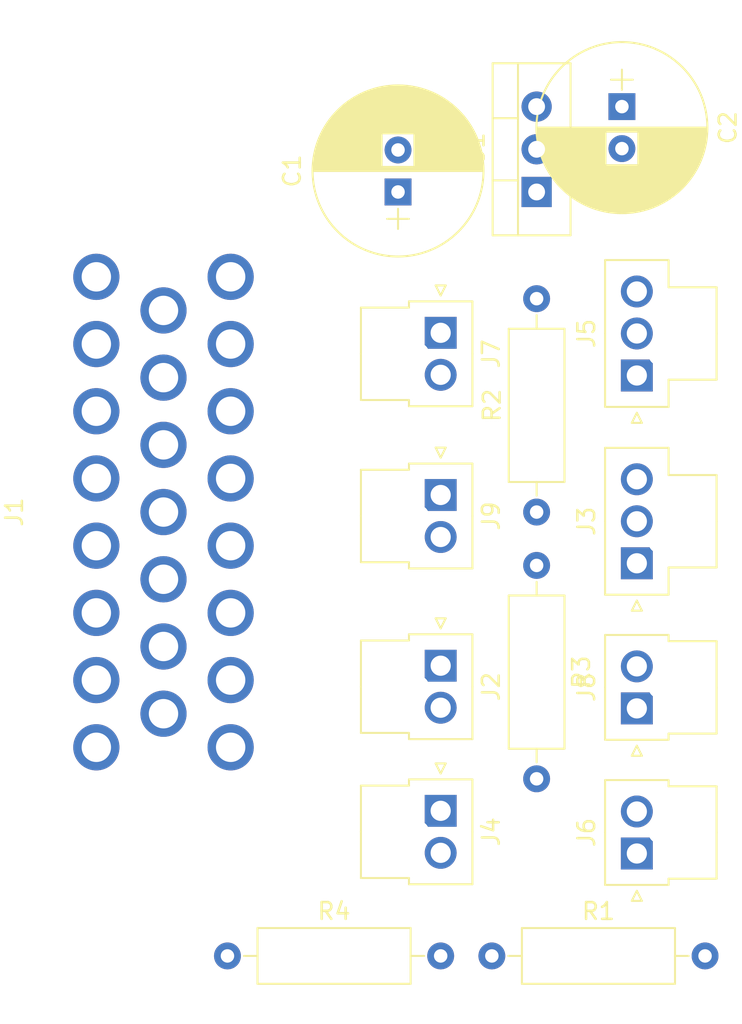
<source format=kicad_pcb>
(kicad_pcb (version 4) (host pcbnew 4.0.7)

  (general
    (links 36)
    (no_connects 36)
    (area 0 0 0 0)
    (thickness 1.6)
    (drawings 0)
    (tracks 0)
    (zones 0)
    (modules 16)
    (nets 21)
  )

  (page A4)
  (layers
    (0 F.Cu signal)
    (31 B.Cu signal)
    (32 B.Adhes user)
    (33 F.Adhes user)
    (34 B.Paste user)
    (35 F.Paste user)
    (36 B.SilkS user)
    (37 F.SilkS user)
    (38 B.Mask user)
    (39 F.Mask user)
    (40 Dwgs.User user)
    (41 Cmts.User user)
    (42 Eco1.User user)
    (43 Eco2.User user)
    (44 Edge.Cuts user)
    (45 Margin user)
    (46 B.CrtYd user)
    (47 F.CrtYd user)
    (48 B.Fab user)
    (49 F.Fab user)
  )

  (setup
    (last_trace_width 0.25)
    (trace_clearance 0.2)
    (zone_clearance 0.508)
    (zone_45_only no)
    (trace_min 0.2)
    (segment_width 0.2)
    (edge_width 0.1)
    (via_size 0.6)
    (via_drill 0.4)
    (via_min_size 0.4)
    (via_min_drill 0.3)
    (uvia_size 0.3)
    (uvia_drill 0.1)
    (uvias_allowed no)
    (uvia_min_size 0.2)
    (uvia_min_drill 0.1)
    (pcb_text_width 0.3)
    (pcb_text_size 1.5 1.5)
    (mod_edge_width 0.15)
    (mod_text_size 1 1)
    (mod_text_width 0.15)
    (pad_size 1.5 1.5)
    (pad_drill 0.6)
    (pad_to_mask_clearance 0)
    (aux_axis_origin 0 0)
    (visible_elements FFFFFF7F)
    (pcbplotparams
      (layerselection 0x00030_80000001)
      (usegerberextensions false)
      (excludeedgelayer true)
      (linewidth 0.100000)
      (plotframeref false)
      (viasonmask false)
      (mode 1)
      (useauxorigin false)
      (hpglpennumber 1)
      (hpglpenspeed 20)
      (hpglpendiameter 15)
      (hpglpenoverlay 2)
      (psnegative false)
      (psa4output false)
      (plotreference true)
      (plotvalue true)
      (plotinvisibletext false)
      (padsonsilk false)
      (subtractmaskfromsilk false)
      (outputformat 1)
      (mirror false)
      (drillshape 1)
      (scaleselection 1)
      (outputdirectory ""))
  )

  (net 0 "")
  (net 1 +12V)
  (net 2 GND)
  (net 3 +3V3)
  (net 4 /AIRS_INERTIA_OUT)
  (net 5 /CAN_L)
  (net 6 /SIG_STEER)
  (net 7 /LED_AMS)
  (net 8 /LED_BSPD)
  (net 9 /LED_IMD)
  (net 10 /CAN_H)
  (net 11 /AIRS_DASH_OUT)
  (net 12 /BUTTON_3)
  (net 13 /BUTTON_1)
  (net 14 /BUTTON_2)
  (net 15 /12V_LVMS)
  (net 16 "Net-(J6-Pad1)")
  (net 17 "Net-(J7-Pad1)")
  (net 18 "Net-(J8-Pad1)")
  (net 19 "Net-(J9-Pad1)")
  (net 20 /FLT_INERTIA)

  (net_class Default "This is the default net class."
    (clearance 0.2)
    (trace_width 0.25)
    (via_dia 0.6)
    (via_drill 0.4)
    (uvia_dia 0.3)
    (uvia_drill 0.1)
    (add_net +12V)
    (add_net +3V3)
    (add_net /12V_LVMS)
    (add_net /AIRS_DASH_OUT)
    (add_net /AIRS_INERTIA_OUT)
    (add_net /BUTTON_1)
    (add_net /BUTTON_2)
    (add_net /BUTTON_3)
    (add_net /CAN_H)
    (add_net /CAN_L)
    (add_net /FLT_INERTIA)
    (add_net /LED_AMS)
    (add_net /LED_BSPD)
    (add_net /LED_IMD)
    (add_net /SIG_STEER)
    (add_net GND)
    (add_net "Net-(J6-Pad1)")
    (add_net "Net-(J7-Pad1)")
    (add_net "Net-(J8-Pad1)")
    (add_net "Net-(J9-Pad1)")
  )

  (module TO_SOT_Packages_THT:TO-220-3_Vertical (layer F.Cu) (tedit 58CE52AD) (tstamp 5A7F8A1D)
    (at 114.935 80.01 90)
    (descr "TO-220-3, Vertical, RM 2.54mm")
    (tags "TO-220-3 Vertical RM 2.54mm")
    (path /59B3514D)
    (fp_text reference U1 (at 2.54 -3.62 90) (layer F.SilkS)
      (effects (font (size 1 1) (thickness 0.15)))
    )
    (fp_text value LD1117V33 (at 2.54 3.92 90) (layer F.Fab)
      (effects (font (size 1 1) (thickness 0.15)))
    )
    (fp_text user %R (at 2.54 -3.62 90) (layer F.Fab)
      (effects (font (size 1 1) (thickness 0.15)))
    )
    (fp_line (start -2.46 -2.5) (end -2.46 1.9) (layer F.Fab) (width 0.1))
    (fp_line (start -2.46 1.9) (end 7.54 1.9) (layer F.Fab) (width 0.1))
    (fp_line (start 7.54 1.9) (end 7.54 -2.5) (layer F.Fab) (width 0.1))
    (fp_line (start 7.54 -2.5) (end -2.46 -2.5) (layer F.Fab) (width 0.1))
    (fp_line (start -2.46 -1.23) (end 7.54 -1.23) (layer F.Fab) (width 0.1))
    (fp_line (start 0.69 -2.5) (end 0.69 -1.23) (layer F.Fab) (width 0.1))
    (fp_line (start 4.39 -2.5) (end 4.39 -1.23) (layer F.Fab) (width 0.1))
    (fp_line (start -2.58 -2.62) (end 7.66 -2.62) (layer F.SilkS) (width 0.12))
    (fp_line (start -2.58 2.021) (end 7.66 2.021) (layer F.SilkS) (width 0.12))
    (fp_line (start -2.58 -2.62) (end -2.58 2.021) (layer F.SilkS) (width 0.12))
    (fp_line (start 7.66 -2.62) (end 7.66 2.021) (layer F.SilkS) (width 0.12))
    (fp_line (start -2.58 -1.11) (end 7.66 -1.11) (layer F.SilkS) (width 0.12))
    (fp_line (start 0.69 -2.62) (end 0.69 -1.11) (layer F.SilkS) (width 0.12))
    (fp_line (start 4.391 -2.62) (end 4.391 -1.11) (layer F.SilkS) (width 0.12))
    (fp_line (start -2.71 -2.75) (end -2.71 2.16) (layer F.CrtYd) (width 0.05))
    (fp_line (start -2.71 2.16) (end 7.79 2.16) (layer F.CrtYd) (width 0.05))
    (fp_line (start 7.79 2.16) (end 7.79 -2.75) (layer F.CrtYd) (width 0.05))
    (fp_line (start 7.79 -2.75) (end -2.71 -2.75) (layer F.CrtYd) (width 0.05))
    (pad 1 thru_hole rect (at 0 0 90) (size 1.8 1.8) (drill 1) (layers *.Cu *.Mask)
      (net 1 +12V))
    (pad 2 thru_hole oval (at 2.54 0 90) (size 1.8 1.8) (drill 1) (layers *.Cu *.Mask)
      (net 2 GND))
    (pad 3 thru_hole oval (at 5.08 0 90) (size 1.8 1.8) (drill 1) (layers *.Cu *.Mask)
      (net 3 +3V3))
    (model ${KISYS3DMOD}/TO_SOT_Packages_THT.3dshapes/TO-220-3_Vertical.wrl
      (at (xyz 0.1 0 0))
      (scale (xyz 0.393701 0.393701 0.393701))
      (rotate (xyz 0 0 0))
    )
  )

  (module Resistors_THT:R_Axial_DIN0309_L9.0mm_D3.2mm_P12.70mm_Horizontal (layer F.Cu) (tedit 5874F706) (tstamp 5A7F8A03)
    (at 96.52 125.476)
    (descr "Resistor, Axial_DIN0309 series, Axial, Horizontal, pin pitch=12.7mm, 0.5W = 1/2W, length*diameter=9*3.2mm^2, http://cdn-reichelt.de/documents/datenblatt/B400/1_4W%23YAG.pdf")
    (tags "Resistor Axial_DIN0309 series Axial Horizontal pin pitch 12.7mm 0.5W = 1/2W length 9mm diameter 3.2mm")
    (path /5A5192C3)
    (fp_text reference R4 (at 6.35 -2.66) (layer F.SilkS)
      (effects (font (size 1 1) (thickness 0.15)))
    )
    (fp_text value 390 (at 6.35 2.66) (layer F.Fab)
      (effects (font (size 1 1) (thickness 0.15)))
    )
    (fp_line (start 1.85 -1.6) (end 1.85 1.6) (layer F.Fab) (width 0.1))
    (fp_line (start 1.85 1.6) (end 10.85 1.6) (layer F.Fab) (width 0.1))
    (fp_line (start 10.85 1.6) (end 10.85 -1.6) (layer F.Fab) (width 0.1))
    (fp_line (start 10.85 -1.6) (end 1.85 -1.6) (layer F.Fab) (width 0.1))
    (fp_line (start 0 0) (end 1.85 0) (layer F.Fab) (width 0.1))
    (fp_line (start 12.7 0) (end 10.85 0) (layer F.Fab) (width 0.1))
    (fp_line (start 1.79 -1.66) (end 1.79 1.66) (layer F.SilkS) (width 0.12))
    (fp_line (start 1.79 1.66) (end 10.91 1.66) (layer F.SilkS) (width 0.12))
    (fp_line (start 10.91 1.66) (end 10.91 -1.66) (layer F.SilkS) (width 0.12))
    (fp_line (start 10.91 -1.66) (end 1.79 -1.66) (layer F.SilkS) (width 0.12))
    (fp_line (start 0.98 0) (end 1.79 0) (layer F.SilkS) (width 0.12))
    (fp_line (start 11.72 0) (end 10.91 0) (layer F.SilkS) (width 0.12))
    (fp_line (start -1.05 -1.95) (end -1.05 1.95) (layer F.CrtYd) (width 0.05))
    (fp_line (start -1.05 1.95) (end 13.75 1.95) (layer F.CrtYd) (width 0.05))
    (fp_line (start 13.75 1.95) (end 13.75 -1.95) (layer F.CrtYd) (width 0.05))
    (fp_line (start 13.75 -1.95) (end -1.05 -1.95) (layer F.CrtYd) (width 0.05))
    (pad 1 thru_hole circle (at 0 0) (size 1.6 1.6) (drill 0.8) (layers *.Cu *.Mask)
      (net 20 /FLT_INERTIA))
    (pad 2 thru_hole oval (at 12.7 0) (size 1.6 1.6) (drill 0.8) (layers *.Cu *.Mask)
      (net 19 "Net-(J9-Pad1)"))
    (model ${KISYS3DMOD}/Resistors_THT.3dshapes/R_Axial_DIN0309_L9.0mm_D3.2mm_P12.70mm_Horizontal.wrl
      (at (xyz 0 0 0))
      (scale (xyz 0.393701 0.393701 0.393701))
      (rotate (xyz 0 0 0))
    )
  )

  (module Resistors_THT:R_Axial_DIN0309_L9.0mm_D3.2mm_P12.70mm_Horizontal (layer F.Cu) (tedit 5874F706) (tstamp 5A7F89ED)
    (at 114.935 102.235 270)
    (descr "Resistor, Axial_DIN0309 series, Axial, Horizontal, pin pitch=12.7mm, 0.5W = 1/2W, length*diameter=9*3.2mm^2, http://cdn-reichelt.de/documents/datenblatt/B400/1_4W%23YAG.pdf")
    (tags "Resistor Axial_DIN0309 series Axial Horizontal pin pitch 12.7mm 0.5W = 1/2W length 9mm diameter 3.2mm")
    (path /5A51969F)
    (fp_text reference R3 (at 6.35 -2.66 270) (layer F.SilkS)
      (effects (font (size 1 1) (thickness 0.15)))
    )
    (fp_text value 51 (at 6.35 2.66 270) (layer F.Fab)
      (effects (font (size 1 1) (thickness 0.15)))
    )
    (fp_line (start 1.85 -1.6) (end 1.85 1.6) (layer F.Fab) (width 0.1))
    (fp_line (start 1.85 1.6) (end 10.85 1.6) (layer F.Fab) (width 0.1))
    (fp_line (start 10.85 1.6) (end 10.85 -1.6) (layer F.Fab) (width 0.1))
    (fp_line (start 10.85 -1.6) (end 1.85 -1.6) (layer F.Fab) (width 0.1))
    (fp_line (start 0 0) (end 1.85 0) (layer F.Fab) (width 0.1))
    (fp_line (start 12.7 0) (end 10.85 0) (layer F.Fab) (width 0.1))
    (fp_line (start 1.79 -1.66) (end 1.79 1.66) (layer F.SilkS) (width 0.12))
    (fp_line (start 1.79 1.66) (end 10.91 1.66) (layer F.SilkS) (width 0.12))
    (fp_line (start 10.91 1.66) (end 10.91 -1.66) (layer F.SilkS) (width 0.12))
    (fp_line (start 10.91 -1.66) (end 1.79 -1.66) (layer F.SilkS) (width 0.12))
    (fp_line (start 0.98 0) (end 1.79 0) (layer F.SilkS) (width 0.12))
    (fp_line (start 11.72 0) (end 10.91 0) (layer F.SilkS) (width 0.12))
    (fp_line (start -1.05 -1.95) (end -1.05 1.95) (layer F.CrtYd) (width 0.05))
    (fp_line (start -1.05 1.95) (end 13.75 1.95) (layer F.CrtYd) (width 0.05))
    (fp_line (start 13.75 1.95) (end 13.75 -1.95) (layer F.CrtYd) (width 0.05))
    (fp_line (start 13.75 -1.95) (end -1.05 -1.95) (layer F.CrtYd) (width 0.05))
    (pad 1 thru_hole circle (at 0 0 270) (size 1.6 1.6) (drill 0.8) (layers *.Cu *.Mask)
      (net 9 /LED_IMD))
    (pad 2 thru_hole oval (at 12.7 0 270) (size 1.6 1.6) (drill 0.8) (layers *.Cu *.Mask)
      (net 18 "Net-(J8-Pad1)"))
    (model ${KISYS3DMOD}/Resistors_THT.3dshapes/R_Axial_DIN0309_L9.0mm_D3.2mm_P12.70mm_Horizontal.wrl
      (at (xyz 0 0 0))
      (scale (xyz 0.393701 0.393701 0.393701))
      (rotate (xyz 0 0 0))
    )
  )

  (module Resistors_THT:R_Axial_DIN0309_L9.0mm_D3.2mm_P12.70mm_Horizontal (layer F.Cu) (tedit 5874F706) (tstamp 5A7F89D7)
    (at 114.935 99.06 90)
    (descr "Resistor, Axial_DIN0309 series, Axial, Horizontal, pin pitch=12.7mm, 0.5W = 1/2W, length*diameter=9*3.2mm^2, http://cdn-reichelt.de/documents/datenblatt/B400/1_4W%23YAG.pdf")
    (tags "Resistor Axial_DIN0309 series Axial Horizontal pin pitch 12.7mm 0.5W = 1/2W length 9mm diameter 3.2mm")
    (path /5A5196F6)
    (fp_text reference R2 (at 6.35 -2.66 90) (layer F.SilkS)
      (effects (font (size 1 1) (thickness 0.15)))
    )
    (fp_text value 51 (at 6.35 2.66 90) (layer F.Fab)
      (effects (font (size 1 1) (thickness 0.15)))
    )
    (fp_line (start 1.85 -1.6) (end 1.85 1.6) (layer F.Fab) (width 0.1))
    (fp_line (start 1.85 1.6) (end 10.85 1.6) (layer F.Fab) (width 0.1))
    (fp_line (start 10.85 1.6) (end 10.85 -1.6) (layer F.Fab) (width 0.1))
    (fp_line (start 10.85 -1.6) (end 1.85 -1.6) (layer F.Fab) (width 0.1))
    (fp_line (start 0 0) (end 1.85 0) (layer F.Fab) (width 0.1))
    (fp_line (start 12.7 0) (end 10.85 0) (layer F.Fab) (width 0.1))
    (fp_line (start 1.79 -1.66) (end 1.79 1.66) (layer F.SilkS) (width 0.12))
    (fp_line (start 1.79 1.66) (end 10.91 1.66) (layer F.SilkS) (width 0.12))
    (fp_line (start 10.91 1.66) (end 10.91 -1.66) (layer F.SilkS) (width 0.12))
    (fp_line (start 10.91 -1.66) (end 1.79 -1.66) (layer F.SilkS) (width 0.12))
    (fp_line (start 0.98 0) (end 1.79 0) (layer F.SilkS) (width 0.12))
    (fp_line (start 11.72 0) (end 10.91 0) (layer F.SilkS) (width 0.12))
    (fp_line (start -1.05 -1.95) (end -1.05 1.95) (layer F.CrtYd) (width 0.05))
    (fp_line (start -1.05 1.95) (end 13.75 1.95) (layer F.CrtYd) (width 0.05))
    (fp_line (start 13.75 1.95) (end 13.75 -1.95) (layer F.CrtYd) (width 0.05))
    (fp_line (start 13.75 -1.95) (end -1.05 -1.95) (layer F.CrtYd) (width 0.05))
    (pad 1 thru_hole circle (at 0 0 90) (size 1.6 1.6) (drill 0.8) (layers *.Cu *.Mask)
      (net 8 /LED_BSPD))
    (pad 2 thru_hole oval (at 12.7 0 90) (size 1.6 1.6) (drill 0.8) (layers *.Cu *.Mask)
      (net 17 "Net-(J7-Pad1)"))
    (model ${KISYS3DMOD}/Resistors_THT.3dshapes/R_Axial_DIN0309_L9.0mm_D3.2mm_P12.70mm_Horizontal.wrl
      (at (xyz 0 0 0))
      (scale (xyz 0.393701 0.393701 0.393701))
      (rotate (xyz 0 0 0))
    )
  )

  (module Resistors_THT:R_Axial_DIN0309_L9.0mm_D3.2mm_P12.70mm_Horizontal (layer F.Cu) (tedit 5874F706) (tstamp 5A7F89C1)
    (at 112.268 125.476)
    (descr "Resistor, Axial_DIN0309 series, Axial, Horizontal, pin pitch=12.7mm, 0.5W = 1/2W, length*diameter=9*3.2mm^2, http://cdn-reichelt.de/documents/datenblatt/B400/1_4W%23YAG.pdf")
    (tags "Resistor Axial_DIN0309 series Axial Horizontal pin pitch 12.7mm 0.5W = 1/2W length 9mm diameter 3.2mm")
    (path /59B35CBD)
    (fp_text reference R1 (at 6.35 -2.66) (layer F.SilkS)
      (effects (font (size 1 1) (thickness 0.15)))
    )
    (fp_text value 51 (at 6.35 2.66) (layer F.Fab)
      (effects (font (size 1 1) (thickness 0.15)))
    )
    (fp_line (start 1.85 -1.6) (end 1.85 1.6) (layer F.Fab) (width 0.1))
    (fp_line (start 1.85 1.6) (end 10.85 1.6) (layer F.Fab) (width 0.1))
    (fp_line (start 10.85 1.6) (end 10.85 -1.6) (layer F.Fab) (width 0.1))
    (fp_line (start 10.85 -1.6) (end 1.85 -1.6) (layer F.Fab) (width 0.1))
    (fp_line (start 0 0) (end 1.85 0) (layer F.Fab) (width 0.1))
    (fp_line (start 12.7 0) (end 10.85 0) (layer F.Fab) (width 0.1))
    (fp_line (start 1.79 -1.66) (end 1.79 1.66) (layer F.SilkS) (width 0.12))
    (fp_line (start 1.79 1.66) (end 10.91 1.66) (layer F.SilkS) (width 0.12))
    (fp_line (start 10.91 1.66) (end 10.91 -1.66) (layer F.SilkS) (width 0.12))
    (fp_line (start 10.91 -1.66) (end 1.79 -1.66) (layer F.SilkS) (width 0.12))
    (fp_line (start 0.98 0) (end 1.79 0) (layer F.SilkS) (width 0.12))
    (fp_line (start 11.72 0) (end 10.91 0) (layer F.SilkS) (width 0.12))
    (fp_line (start -1.05 -1.95) (end -1.05 1.95) (layer F.CrtYd) (width 0.05))
    (fp_line (start -1.05 1.95) (end 13.75 1.95) (layer F.CrtYd) (width 0.05))
    (fp_line (start 13.75 1.95) (end 13.75 -1.95) (layer F.CrtYd) (width 0.05))
    (fp_line (start 13.75 -1.95) (end -1.05 -1.95) (layer F.CrtYd) (width 0.05))
    (pad 1 thru_hole circle (at 0 0) (size 1.6 1.6) (drill 0.8) (layers *.Cu *.Mask)
      (net 7 /LED_AMS))
    (pad 2 thru_hole oval (at 12.7 0) (size 1.6 1.6) (drill 0.8) (layers *.Cu *.Mask)
      (net 16 "Net-(J6-Pad1)"))
    (model ${KISYS3DMOD}/Resistors_THT.3dshapes/R_Axial_DIN0309_L9.0mm_D3.2mm_P12.70mm_Horizontal.wrl
      (at (xyz 0 0 0))
      (scale (xyz 0.393701 0.393701 0.393701))
      (rotate (xyz 0 0 0))
    )
  )

  (module Connectors_Molex:Molex_NanoFit_1x02x2.50mm_Straight (layer F.Cu) (tedit 58A28DF3) (tstamp 5A7F89AB)
    (at 109.22 98.044 270)
    (descr "Molex Nano Fit, single row, top entry, through hole, Datasheet:http://www.molex.com/pdm_docs/sd/1053091203_sd.pdf")
    (tags "connector molex nano-fit 105309-xx04")
    (path /5A5192CA)
    (fp_text reference J9 (at 1.25 -3 270) (layer F.SilkS)
      (effects (font (size 1 1) (thickness 0.15)))
    )
    (fp_text value "Inertia Fault LED" (at 1.25 -4.5 270) (layer F.Fab)
      (effects (font (size 1 1) (thickness 0.15)))
    )
    (fp_line (start 1.25 -1.74) (end -1.72 -1.74) (layer F.Fab) (width 0.1))
    (fp_line (start -1.72 -1.74) (end -1.72 1.74) (layer F.Fab) (width 0.1))
    (fp_line (start -1.72 1.74) (end -1.35 1.74) (layer F.Fab) (width 0.1))
    (fp_line (start -1.35 1.74) (end -1.35 4.6) (layer F.Fab) (width 0.1))
    (fp_line (start -1.35 4.6) (end 1.25 4.6) (layer F.Fab) (width 0.1))
    (fp_line (start 1.25 -1.74) (end 4.22 -1.74) (layer F.Fab) (width 0.1))
    (fp_line (start 4.22 -1.74) (end 4.22 1.74) (layer F.Fab) (width 0.1))
    (fp_line (start 4.22 1.74) (end 3.85 1.74) (layer F.Fab) (width 0.1))
    (fp_line (start 3.85 1.74) (end 3.85 4.6) (layer F.Fab) (width 0.1))
    (fp_line (start 3.85 4.6) (end 1.25 4.6) (layer F.Fab) (width 0.1))
    (fp_line (start 1.25 -1.89) (end -1.87 -1.89) (layer F.SilkS) (width 0.12))
    (fp_line (start -1.87 -1.89) (end -1.87 1.89) (layer F.SilkS) (width 0.12))
    (fp_line (start -1.87 1.89) (end -1.5 1.89) (layer F.SilkS) (width 0.12))
    (fp_line (start -1.5 1.89) (end -1.5 4.75) (layer F.SilkS) (width 0.12))
    (fp_line (start -1.5 4.75) (end 1.25 4.75) (layer F.SilkS) (width 0.12))
    (fp_line (start 1.25 -1.89) (end 4.37 -1.89) (layer F.SilkS) (width 0.12))
    (fp_line (start 4.37 -1.89) (end 4.37 1.89) (layer F.SilkS) (width 0.12))
    (fp_line (start 4.37 1.89) (end 4 1.89) (layer F.SilkS) (width 0.12))
    (fp_line (start 4 1.89) (end 4 4.75) (layer F.SilkS) (width 0.12))
    (fp_line (start 4 4.75) (end 1.25 4.75) (layer F.SilkS) (width 0.12))
    (fp_line (start -0.85 2.54) (end -0.85 4.1) (layer F.Fab) (width 0.1))
    (fp_line (start -0.85 4.1) (end 3.35 4.1) (layer F.Fab) (width 0.1))
    (fp_line (start 3.35 4.1) (end 3.35 2.54) (layer F.Fab) (width 0.1))
    (fp_line (start 3.35 2.54) (end -0.85 2.54) (layer F.Fab) (width 0.1))
    (fp_line (start -2.21 -2.24) (end -2.21 2.24) (layer F.CrtYd) (width 0.05))
    (fp_line (start -2.21 2.24) (end -1.85 2.24) (layer F.CrtYd) (width 0.05))
    (fp_line (start -1.85 2.24) (end -1.85 5.09) (layer F.CrtYd) (width 0.05))
    (fp_line (start -1.85 5.09) (end 4.34 5.09) (layer F.CrtYd) (width 0.05))
    (fp_line (start 4.34 5.09) (end 4.34 2.24) (layer F.CrtYd) (width 0.05))
    (fp_line (start 4.34 2.24) (end 4.71 2.24) (layer F.CrtYd) (width 0.05))
    (fp_line (start 4.71 2.24) (end 4.71 -2.24) (layer F.CrtYd) (width 0.05))
    (fp_line (start 4.71 -2.24) (end -2.21 -2.24) (layer F.CrtYd) (width 0.05))
    (fp_line (start -1.1875 -1.1875) (end -1.1875 1.1875) (layer F.Fab) (width 0.1))
    (fp_line (start -1.1875 1.1875) (end 1.1875 1.1875) (layer F.Fab) (width 0.1))
    (fp_line (start 1.1875 1.1875) (end 1.1875 -1.1875) (layer F.Fab) (width 0.1))
    (fp_line (start 1.1875 -1.1875) (end -1.1875 -1.1875) (layer F.Fab) (width 0.1))
    (fp_line (start 1.3125 -1.1875) (end 1.3125 1.1875) (layer F.Fab) (width 0.1))
    (fp_line (start 1.3125 1.1875) (end 3.6875 1.1875) (layer F.Fab) (width 0.1))
    (fp_line (start 3.6875 1.1875) (end 3.6875 -1.1875) (layer F.Fab) (width 0.1))
    (fp_line (start 3.6875 -1.1875) (end 1.3125 -1.1875) (layer F.Fab) (width 0.1))
    (fp_line (start -2.22 0) (end -2.82 0.3) (layer F.SilkS) (width 0.12))
    (fp_line (start -2.82 0.3) (end -2.82 -0.3) (layer F.SilkS) (width 0.12))
    (fp_line (start -2.82 -0.3) (end -2.22 0) (layer F.SilkS) (width 0.12))
    (fp_line (start -2.22 0) (end -2.82 0.3) (layer F.Fab) (width 0.1))
    (fp_line (start -2.82 0.3) (end -2.82 -0.3) (layer F.Fab) (width 0.1))
    (fp_line (start -2.82 -0.3) (end -2.22 0) (layer F.Fab) (width 0.1))
    (fp_text user %R (at 1.25 -3 270) (layer F.Fab)
      (effects (font (size 1 1) (thickness 0.15)))
    )
    (pad 1 thru_hole rect (at 0 0 270) (size 1.9 1.9) (drill 1.2) (layers *.Cu *.Mask)
      (net 19 "Net-(J9-Pad1)"))
    (pad 2 thru_hole circle (at 2.5 0 270) (size 1.9 1.9) (drill 1.2) (layers *.Cu *.Mask)
      (net 2 GND))
    (pad "" np_thru_hole circle (at 1.25 1.34 270) (size 1.3 1.3) (drill 1.3) (layers *.Cu *.Mask))
    (model ${KISYS3DMOD}/Connectors_Molex.3dshapes/Molex_NanoFit_1x02x2.50mm_Straight.wrl
      (at (xyz 0 0 0))
      (scale (xyz 1 1 1))
      (rotate (xyz 0 0 0))
    )
  )

  (module Connectors_Molex:Molex_NanoFit_1x02x2.50mm_Straight (layer F.Cu) (tedit 58A28DF3) (tstamp 5A7F8975)
    (at 120.904 110.744 90)
    (descr "Molex Nano Fit, single row, top entry, through hole, Datasheet:http://www.molex.com/pdm_docs/sd/1053091203_sd.pdf")
    (tags "connector molex nano-fit 105309-xx04")
    (path /5A519191)
    (fp_text reference J8 (at 1.25 -3 90) (layer F.SilkS)
      (effects (font (size 1 1) (thickness 0.15)))
    )
    (fp_text value "IMD Fault LED" (at 1.25 -4.5 90) (layer F.Fab)
      (effects (font (size 1 1) (thickness 0.15)))
    )
    (fp_line (start 1.25 -1.74) (end -1.72 -1.74) (layer F.Fab) (width 0.1))
    (fp_line (start -1.72 -1.74) (end -1.72 1.74) (layer F.Fab) (width 0.1))
    (fp_line (start -1.72 1.74) (end -1.35 1.74) (layer F.Fab) (width 0.1))
    (fp_line (start -1.35 1.74) (end -1.35 4.6) (layer F.Fab) (width 0.1))
    (fp_line (start -1.35 4.6) (end 1.25 4.6) (layer F.Fab) (width 0.1))
    (fp_line (start 1.25 -1.74) (end 4.22 -1.74) (layer F.Fab) (width 0.1))
    (fp_line (start 4.22 -1.74) (end 4.22 1.74) (layer F.Fab) (width 0.1))
    (fp_line (start 4.22 1.74) (end 3.85 1.74) (layer F.Fab) (width 0.1))
    (fp_line (start 3.85 1.74) (end 3.85 4.6) (layer F.Fab) (width 0.1))
    (fp_line (start 3.85 4.6) (end 1.25 4.6) (layer F.Fab) (width 0.1))
    (fp_line (start 1.25 -1.89) (end -1.87 -1.89) (layer F.SilkS) (width 0.12))
    (fp_line (start -1.87 -1.89) (end -1.87 1.89) (layer F.SilkS) (width 0.12))
    (fp_line (start -1.87 1.89) (end -1.5 1.89) (layer F.SilkS) (width 0.12))
    (fp_line (start -1.5 1.89) (end -1.5 4.75) (layer F.SilkS) (width 0.12))
    (fp_line (start -1.5 4.75) (end 1.25 4.75) (layer F.SilkS) (width 0.12))
    (fp_line (start 1.25 -1.89) (end 4.37 -1.89) (layer F.SilkS) (width 0.12))
    (fp_line (start 4.37 -1.89) (end 4.37 1.89) (layer F.SilkS) (width 0.12))
    (fp_line (start 4.37 1.89) (end 4 1.89) (layer F.SilkS) (width 0.12))
    (fp_line (start 4 1.89) (end 4 4.75) (layer F.SilkS) (width 0.12))
    (fp_line (start 4 4.75) (end 1.25 4.75) (layer F.SilkS) (width 0.12))
    (fp_line (start -0.85 2.54) (end -0.85 4.1) (layer F.Fab) (width 0.1))
    (fp_line (start -0.85 4.1) (end 3.35 4.1) (layer F.Fab) (width 0.1))
    (fp_line (start 3.35 4.1) (end 3.35 2.54) (layer F.Fab) (width 0.1))
    (fp_line (start 3.35 2.54) (end -0.85 2.54) (layer F.Fab) (width 0.1))
    (fp_line (start -2.21 -2.24) (end -2.21 2.24) (layer F.CrtYd) (width 0.05))
    (fp_line (start -2.21 2.24) (end -1.85 2.24) (layer F.CrtYd) (width 0.05))
    (fp_line (start -1.85 2.24) (end -1.85 5.09) (layer F.CrtYd) (width 0.05))
    (fp_line (start -1.85 5.09) (end 4.34 5.09) (layer F.CrtYd) (width 0.05))
    (fp_line (start 4.34 5.09) (end 4.34 2.24) (layer F.CrtYd) (width 0.05))
    (fp_line (start 4.34 2.24) (end 4.71 2.24) (layer F.CrtYd) (width 0.05))
    (fp_line (start 4.71 2.24) (end 4.71 -2.24) (layer F.CrtYd) (width 0.05))
    (fp_line (start 4.71 -2.24) (end -2.21 -2.24) (layer F.CrtYd) (width 0.05))
    (fp_line (start -1.1875 -1.1875) (end -1.1875 1.1875) (layer F.Fab) (width 0.1))
    (fp_line (start -1.1875 1.1875) (end 1.1875 1.1875) (layer F.Fab) (width 0.1))
    (fp_line (start 1.1875 1.1875) (end 1.1875 -1.1875) (layer F.Fab) (width 0.1))
    (fp_line (start 1.1875 -1.1875) (end -1.1875 -1.1875) (layer F.Fab) (width 0.1))
    (fp_line (start 1.3125 -1.1875) (end 1.3125 1.1875) (layer F.Fab) (width 0.1))
    (fp_line (start 1.3125 1.1875) (end 3.6875 1.1875) (layer F.Fab) (width 0.1))
    (fp_line (start 3.6875 1.1875) (end 3.6875 -1.1875) (layer F.Fab) (width 0.1))
    (fp_line (start 3.6875 -1.1875) (end 1.3125 -1.1875) (layer F.Fab) (width 0.1))
    (fp_line (start -2.22 0) (end -2.82 0.3) (layer F.SilkS) (width 0.12))
    (fp_line (start -2.82 0.3) (end -2.82 -0.3) (layer F.SilkS) (width 0.12))
    (fp_line (start -2.82 -0.3) (end -2.22 0) (layer F.SilkS) (width 0.12))
    (fp_line (start -2.22 0) (end -2.82 0.3) (layer F.Fab) (width 0.1))
    (fp_line (start -2.82 0.3) (end -2.82 -0.3) (layer F.Fab) (width 0.1))
    (fp_line (start -2.82 -0.3) (end -2.22 0) (layer F.Fab) (width 0.1))
    (fp_text user %R (at 1.25 -3 90) (layer F.Fab)
      (effects (font (size 1 1) (thickness 0.15)))
    )
    (pad 1 thru_hole rect (at 0 0 90) (size 1.9 1.9) (drill 1.2) (layers *.Cu *.Mask)
      (net 18 "Net-(J8-Pad1)"))
    (pad 2 thru_hole circle (at 2.5 0 90) (size 1.9 1.9) (drill 1.2) (layers *.Cu *.Mask)
      (net 2 GND))
    (pad "" np_thru_hole circle (at 1.25 1.34 90) (size 1.3 1.3) (drill 1.3) (layers *.Cu *.Mask))
    (model ${KISYS3DMOD}/Connectors_Molex.3dshapes/Molex_NanoFit_1x02x2.50mm_Straight.wrl
      (at (xyz 0 0 0))
      (scale (xyz 1 1 1))
      (rotate (xyz 0 0 0))
    )
  )

  (module Connectors_Molex:Molex_NanoFit_1x02x2.50mm_Straight (layer F.Cu) (tedit 58A28DF3) (tstamp 5A7F893F)
    (at 109.22 88.392 270)
    (descr "Molex Nano Fit, single row, top entry, through hole, Datasheet:http://www.molex.com/pdm_docs/sd/1053091203_sd.pdf")
    (tags "connector molex nano-fit 105309-xx04")
    (path /5A5192B7)
    (fp_text reference J7 (at 1.25 -3 270) (layer F.SilkS)
      (effects (font (size 1 1) (thickness 0.15)))
    )
    (fp_text value "BSPD Fault LED" (at 1.25 -4.5 270) (layer F.Fab)
      (effects (font (size 1 1) (thickness 0.15)))
    )
    (fp_line (start 1.25 -1.74) (end -1.72 -1.74) (layer F.Fab) (width 0.1))
    (fp_line (start -1.72 -1.74) (end -1.72 1.74) (layer F.Fab) (width 0.1))
    (fp_line (start -1.72 1.74) (end -1.35 1.74) (layer F.Fab) (width 0.1))
    (fp_line (start -1.35 1.74) (end -1.35 4.6) (layer F.Fab) (width 0.1))
    (fp_line (start -1.35 4.6) (end 1.25 4.6) (layer F.Fab) (width 0.1))
    (fp_line (start 1.25 -1.74) (end 4.22 -1.74) (layer F.Fab) (width 0.1))
    (fp_line (start 4.22 -1.74) (end 4.22 1.74) (layer F.Fab) (width 0.1))
    (fp_line (start 4.22 1.74) (end 3.85 1.74) (layer F.Fab) (width 0.1))
    (fp_line (start 3.85 1.74) (end 3.85 4.6) (layer F.Fab) (width 0.1))
    (fp_line (start 3.85 4.6) (end 1.25 4.6) (layer F.Fab) (width 0.1))
    (fp_line (start 1.25 -1.89) (end -1.87 -1.89) (layer F.SilkS) (width 0.12))
    (fp_line (start -1.87 -1.89) (end -1.87 1.89) (layer F.SilkS) (width 0.12))
    (fp_line (start -1.87 1.89) (end -1.5 1.89) (layer F.SilkS) (width 0.12))
    (fp_line (start -1.5 1.89) (end -1.5 4.75) (layer F.SilkS) (width 0.12))
    (fp_line (start -1.5 4.75) (end 1.25 4.75) (layer F.SilkS) (width 0.12))
    (fp_line (start 1.25 -1.89) (end 4.37 -1.89) (layer F.SilkS) (width 0.12))
    (fp_line (start 4.37 -1.89) (end 4.37 1.89) (layer F.SilkS) (width 0.12))
    (fp_line (start 4.37 1.89) (end 4 1.89) (layer F.SilkS) (width 0.12))
    (fp_line (start 4 1.89) (end 4 4.75) (layer F.SilkS) (width 0.12))
    (fp_line (start 4 4.75) (end 1.25 4.75) (layer F.SilkS) (width 0.12))
    (fp_line (start -0.85 2.54) (end -0.85 4.1) (layer F.Fab) (width 0.1))
    (fp_line (start -0.85 4.1) (end 3.35 4.1) (layer F.Fab) (width 0.1))
    (fp_line (start 3.35 4.1) (end 3.35 2.54) (layer F.Fab) (width 0.1))
    (fp_line (start 3.35 2.54) (end -0.85 2.54) (layer F.Fab) (width 0.1))
    (fp_line (start -2.21 -2.24) (end -2.21 2.24) (layer F.CrtYd) (width 0.05))
    (fp_line (start -2.21 2.24) (end -1.85 2.24) (layer F.CrtYd) (width 0.05))
    (fp_line (start -1.85 2.24) (end -1.85 5.09) (layer F.CrtYd) (width 0.05))
    (fp_line (start -1.85 5.09) (end 4.34 5.09) (layer F.CrtYd) (width 0.05))
    (fp_line (start 4.34 5.09) (end 4.34 2.24) (layer F.CrtYd) (width 0.05))
    (fp_line (start 4.34 2.24) (end 4.71 2.24) (layer F.CrtYd) (width 0.05))
    (fp_line (start 4.71 2.24) (end 4.71 -2.24) (layer F.CrtYd) (width 0.05))
    (fp_line (start 4.71 -2.24) (end -2.21 -2.24) (layer F.CrtYd) (width 0.05))
    (fp_line (start -1.1875 -1.1875) (end -1.1875 1.1875) (layer F.Fab) (width 0.1))
    (fp_line (start -1.1875 1.1875) (end 1.1875 1.1875) (layer F.Fab) (width 0.1))
    (fp_line (start 1.1875 1.1875) (end 1.1875 -1.1875) (layer F.Fab) (width 0.1))
    (fp_line (start 1.1875 -1.1875) (end -1.1875 -1.1875) (layer F.Fab) (width 0.1))
    (fp_line (start 1.3125 -1.1875) (end 1.3125 1.1875) (layer F.Fab) (width 0.1))
    (fp_line (start 1.3125 1.1875) (end 3.6875 1.1875) (layer F.Fab) (width 0.1))
    (fp_line (start 3.6875 1.1875) (end 3.6875 -1.1875) (layer F.Fab) (width 0.1))
    (fp_line (start 3.6875 -1.1875) (end 1.3125 -1.1875) (layer F.Fab) (width 0.1))
    (fp_line (start -2.22 0) (end -2.82 0.3) (layer F.SilkS) (width 0.12))
    (fp_line (start -2.82 0.3) (end -2.82 -0.3) (layer F.SilkS) (width 0.12))
    (fp_line (start -2.82 -0.3) (end -2.22 0) (layer F.SilkS) (width 0.12))
    (fp_line (start -2.22 0) (end -2.82 0.3) (layer F.Fab) (width 0.1))
    (fp_line (start -2.82 0.3) (end -2.82 -0.3) (layer F.Fab) (width 0.1))
    (fp_line (start -2.82 -0.3) (end -2.22 0) (layer F.Fab) (width 0.1))
    (fp_text user %R (at 1.25 -3 270) (layer F.Fab)
      (effects (font (size 1 1) (thickness 0.15)))
    )
    (pad 1 thru_hole rect (at 0 0 270) (size 1.9 1.9) (drill 1.2) (layers *.Cu *.Mask)
      (net 17 "Net-(J7-Pad1)"))
    (pad 2 thru_hole circle (at 2.5 0 270) (size 1.9 1.9) (drill 1.2) (layers *.Cu *.Mask)
      (net 2 GND))
    (pad "" np_thru_hole circle (at 1.25 1.34 270) (size 1.3 1.3) (drill 1.3) (layers *.Cu *.Mask))
    (model ${KISYS3DMOD}/Connectors_Molex.3dshapes/Molex_NanoFit_1x02x2.50mm_Straight.wrl
      (at (xyz 0 0 0))
      (scale (xyz 1 1 1))
      (rotate (xyz 0 0 0))
    )
  )

  (module Connectors_Molex:Molex_NanoFit_1x02x2.50mm_Straight (layer F.Cu) (tedit 58A28DF3) (tstamp 5A7F8909)
    (at 120.904 119.38 90)
    (descr "Molex Nano Fit, single row, top entry, through hole, Datasheet:http://www.molex.com/pdm_docs/sd/1053091203_sd.pdf")
    (tags "connector molex nano-fit 105309-xx04")
    (path /5A518EDC)
    (fp_text reference J6 (at 1.25 -3 90) (layer F.SilkS)
      (effects (font (size 1 1) (thickness 0.15)))
    )
    (fp_text value "AMS Fault LED" (at 1.25 -4.5 90) (layer F.Fab)
      (effects (font (size 1 1) (thickness 0.15)))
    )
    (fp_line (start 1.25 -1.74) (end -1.72 -1.74) (layer F.Fab) (width 0.1))
    (fp_line (start -1.72 -1.74) (end -1.72 1.74) (layer F.Fab) (width 0.1))
    (fp_line (start -1.72 1.74) (end -1.35 1.74) (layer F.Fab) (width 0.1))
    (fp_line (start -1.35 1.74) (end -1.35 4.6) (layer F.Fab) (width 0.1))
    (fp_line (start -1.35 4.6) (end 1.25 4.6) (layer F.Fab) (width 0.1))
    (fp_line (start 1.25 -1.74) (end 4.22 -1.74) (layer F.Fab) (width 0.1))
    (fp_line (start 4.22 -1.74) (end 4.22 1.74) (layer F.Fab) (width 0.1))
    (fp_line (start 4.22 1.74) (end 3.85 1.74) (layer F.Fab) (width 0.1))
    (fp_line (start 3.85 1.74) (end 3.85 4.6) (layer F.Fab) (width 0.1))
    (fp_line (start 3.85 4.6) (end 1.25 4.6) (layer F.Fab) (width 0.1))
    (fp_line (start 1.25 -1.89) (end -1.87 -1.89) (layer F.SilkS) (width 0.12))
    (fp_line (start -1.87 -1.89) (end -1.87 1.89) (layer F.SilkS) (width 0.12))
    (fp_line (start -1.87 1.89) (end -1.5 1.89) (layer F.SilkS) (width 0.12))
    (fp_line (start -1.5 1.89) (end -1.5 4.75) (layer F.SilkS) (width 0.12))
    (fp_line (start -1.5 4.75) (end 1.25 4.75) (layer F.SilkS) (width 0.12))
    (fp_line (start 1.25 -1.89) (end 4.37 -1.89) (layer F.SilkS) (width 0.12))
    (fp_line (start 4.37 -1.89) (end 4.37 1.89) (layer F.SilkS) (width 0.12))
    (fp_line (start 4.37 1.89) (end 4 1.89) (layer F.SilkS) (width 0.12))
    (fp_line (start 4 1.89) (end 4 4.75) (layer F.SilkS) (width 0.12))
    (fp_line (start 4 4.75) (end 1.25 4.75) (layer F.SilkS) (width 0.12))
    (fp_line (start -0.85 2.54) (end -0.85 4.1) (layer F.Fab) (width 0.1))
    (fp_line (start -0.85 4.1) (end 3.35 4.1) (layer F.Fab) (width 0.1))
    (fp_line (start 3.35 4.1) (end 3.35 2.54) (layer F.Fab) (width 0.1))
    (fp_line (start 3.35 2.54) (end -0.85 2.54) (layer F.Fab) (width 0.1))
    (fp_line (start -2.21 -2.24) (end -2.21 2.24) (layer F.CrtYd) (width 0.05))
    (fp_line (start -2.21 2.24) (end -1.85 2.24) (layer F.CrtYd) (width 0.05))
    (fp_line (start -1.85 2.24) (end -1.85 5.09) (layer F.CrtYd) (width 0.05))
    (fp_line (start -1.85 5.09) (end 4.34 5.09) (layer F.CrtYd) (width 0.05))
    (fp_line (start 4.34 5.09) (end 4.34 2.24) (layer F.CrtYd) (width 0.05))
    (fp_line (start 4.34 2.24) (end 4.71 2.24) (layer F.CrtYd) (width 0.05))
    (fp_line (start 4.71 2.24) (end 4.71 -2.24) (layer F.CrtYd) (width 0.05))
    (fp_line (start 4.71 -2.24) (end -2.21 -2.24) (layer F.CrtYd) (width 0.05))
    (fp_line (start -1.1875 -1.1875) (end -1.1875 1.1875) (layer F.Fab) (width 0.1))
    (fp_line (start -1.1875 1.1875) (end 1.1875 1.1875) (layer F.Fab) (width 0.1))
    (fp_line (start 1.1875 1.1875) (end 1.1875 -1.1875) (layer F.Fab) (width 0.1))
    (fp_line (start 1.1875 -1.1875) (end -1.1875 -1.1875) (layer F.Fab) (width 0.1))
    (fp_line (start 1.3125 -1.1875) (end 1.3125 1.1875) (layer F.Fab) (width 0.1))
    (fp_line (start 1.3125 1.1875) (end 3.6875 1.1875) (layer F.Fab) (width 0.1))
    (fp_line (start 3.6875 1.1875) (end 3.6875 -1.1875) (layer F.Fab) (width 0.1))
    (fp_line (start 3.6875 -1.1875) (end 1.3125 -1.1875) (layer F.Fab) (width 0.1))
    (fp_line (start -2.22 0) (end -2.82 0.3) (layer F.SilkS) (width 0.12))
    (fp_line (start -2.82 0.3) (end -2.82 -0.3) (layer F.SilkS) (width 0.12))
    (fp_line (start -2.82 -0.3) (end -2.22 0) (layer F.SilkS) (width 0.12))
    (fp_line (start -2.22 0) (end -2.82 0.3) (layer F.Fab) (width 0.1))
    (fp_line (start -2.82 0.3) (end -2.82 -0.3) (layer F.Fab) (width 0.1))
    (fp_line (start -2.82 -0.3) (end -2.22 0) (layer F.Fab) (width 0.1))
    (fp_text user %R (at 1.25 -3 90) (layer F.Fab)
      (effects (font (size 1 1) (thickness 0.15)))
    )
    (pad 1 thru_hole rect (at 0 0 90) (size 1.9 1.9) (drill 1.2) (layers *.Cu *.Mask)
      (net 16 "Net-(J6-Pad1)"))
    (pad 2 thru_hole circle (at 2.5 0 90) (size 1.9 1.9) (drill 1.2) (layers *.Cu *.Mask)
      (net 2 GND))
    (pad "" np_thru_hole circle (at 1.25 1.34 90) (size 1.3 1.3) (drill 1.3) (layers *.Cu *.Mask))
    (model ${KISYS3DMOD}/Connectors_Molex.3dshapes/Molex_NanoFit_1x02x2.50mm_Straight.wrl
      (at (xyz 0 0 0))
      (scale (xyz 1 1 1))
      (rotate (xyz 0 0 0))
    )
  )

  (module Connectors_Molex:Molex_NanoFit_1x03x2.50mm_Straight (layer F.Cu) (tedit 58A28DF3) (tstamp 5A7F88D3)
    (at 120.904 90.932 90)
    (descr "Molex Nano Fit, single row, top entry, through hole, Datasheet:http://www.molex.com/pdm_docs/sd/1053091203_sd.pdf")
    (tags "connector molex nano-fit 105309-xx06")
    (path /5A51A1CD)
    (fp_text reference J5 (at 2.5 -3 90) (layer F.SilkS)
      (effects (font (size 1 1) (thickness 0.15)))
    )
    (fp_text value "To Drive Mode Switch" (at 2.5 -4.5 90) (layer F.Fab)
      (effects (font (size 1 1) (thickness 0.15)))
    )
    (fp_line (start 2.5 -1.74) (end -1.72 -1.74) (layer F.Fab) (width 0.1))
    (fp_line (start -1.72 -1.74) (end -1.72 1.74) (layer F.Fab) (width 0.1))
    (fp_line (start -1.72 1.74) (end -0.1 1.74) (layer F.Fab) (width 0.1))
    (fp_line (start -0.1 1.74) (end -0.1 4.6) (layer F.Fab) (width 0.1))
    (fp_line (start -0.1 4.6) (end 2.5 4.6) (layer F.Fab) (width 0.1))
    (fp_line (start 2.5 -1.74) (end 6.72 -1.74) (layer F.Fab) (width 0.1))
    (fp_line (start 6.72 -1.74) (end 6.72 1.74) (layer F.Fab) (width 0.1))
    (fp_line (start 6.72 1.74) (end 5.1 1.74) (layer F.Fab) (width 0.1))
    (fp_line (start 5.1 1.74) (end 5.1 4.6) (layer F.Fab) (width 0.1))
    (fp_line (start 5.1 4.6) (end 2.5 4.6) (layer F.Fab) (width 0.1))
    (fp_line (start 2.5 -1.89) (end -1.87 -1.89) (layer F.SilkS) (width 0.12))
    (fp_line (start -1.87 -1.89) (end -1.87 1.89) (layer F.SilkS) (width 0.12))
    (fp_line (start -1.87 1.89) (end -0.25 1.89) (layer F.SilkS) (width 0.12))
    (fp_line (start -0.25 1.89) (end -0.25 4.75) (layer F.SilkS) (width 0.12))
    (fp_line (start -0.25 4.75) (end 2.5 4.75) (layer F.SilkS) (width 0.12))
    (fp_line (start 2.5 -1.89) (end 6.87 -1.89) (layer F.SilkS) (width 0.12))
    (fp_line (start 6.87 -1.89) (end 6.87 1.89) (layer F.SilkS) (width 0.12))
    (fp_line (start 6.87 1.89) (end 5.25 1.89) (layer F.SilkS) (width 0.12))
    (fp_line (start 5.25 1.89) (end 5.25 4.75) (layer F.SilkS) (width 0.12))
    (fp_line (start 5.25 4.75) (end 2.5 4.75) (layer F.SilkS) (width 0.12))
    (fp_line (start 0.4 2.54) (end 0.4 4.1) (layer F.Fab) (width 0.1))
    (fp_line (start 0.4 4.1) (end 4.6 4.1) (layer F.Fab) (width 0.1))
    (fp_line (start 4.6 4.1) (end 4.6 2.54) (layer F.Fab) (width 0.1))
    (fp_line (start 4.6 2.54) (end 0.4 2.54) (layer F.Fab) (width 0.1))
    (fp_line (start -2.21 -2.24) (end -2.21 2.24) (layer F.CrtYd) (width 0.05))
    (fp_line (start -2.21 2.24) (end -0.6 2.24) (layer F.CrtYd) (width 0.05))
    (fp_line (start -0.6 2.24) (end -0.6 5.09) (layer F.CrtYd) (width 0.05))
    (fp_line (start -0.6 5.09) (end 5.6 5.09) (layer F.CrtYd) (width 0.05))
    (fp_line (start 5.6 5.09) (end 5.6 2.24) (layer F.CrtYd) (width 0.05))
    (fp_line (start 5.6 2.24) (end 7.22 2.24) (layer F.CrtYd) (width 0.05))
    (fp_line (start 7.22 2.24) (end 7.22 -2.24) (layer F.CrtYd) (width 0.05))
    (fp_line (start 7.22 -2.24) (end -2.21 -2.24) (layer F.CrtYd) (width 0.05))
    (fp_line (start -1.1875 -1.1875) (end -1.1875 1.1875) (layer F.Fab) (width 0.1))
    (fp_line (start -1.1875 1.1875) (end 1.1875 1.1875) (layer F.Fab) (width 0.1))
    (fp_line (start 1.1875 1.1875) (end 1.1875 -1.1875) (layer F.Fab) (width 0.1))
    (fp_line (start 1.1875 -1.1875) (end -1.1875 -1.1875) (layer F.Fab) (width 0.1))
    (fp_line (start 1.3125 -1.1875) (end 1.3125 1.1875) (layer F.Fab) (width 0.1))
    (fp_line (start 1.3125 1.1875) (end 3.6875 1.1875) (layer F.Fab) (width 0.1))
    (fp_line (start 3.6875 1.1875) (end 3.6875 -1.1875) (layer F.Fab) (width 0.1))
    (fp_line (start 3.6875 -1.1875) (end 1.3125 -1.1875) (layer F.Fab) (width 0.1))
    (fp_line (start 3.8125 -1.1875) (end 3.8125 1.1875) (layer F.Fab) (width 0.1))
    (fp_line (start 3.8125 1.1875) (end 6.1875 1.1875) (layer F.Fab) (width 0.1))
    (fp_line (start 6.1875 1.1875) (end 6.1875 -1.1875) (layer F.Fab) (width 0.1))
    (fp_line (start 6.1875 -1.1875) (end 3.8125 -1.1875) (layer F.Fab) (width 0.1))
    (fp_line (start -2.22 0) (end -2.82 0.3) (layer F.SilkS) (width 0.12))
    (fp_line (start -2.82 0.3) (end -2.82 -0.3) (layer F.SilkS) (width 0.12))
    (fp_line (start -2.82 -0.3) (end -2.22 0) (layer F.SilkS) (width 0.12))
    (fp_line (start -2.22 0) (end -2.82 0.3) (layer F.Fab) (width 0.1))
    (fp_line (start -2.82 0.3) (end -2.82 -0.3) (layer F.Fab) (width 0.1))
    (fp_line (start -2.82 -0.3) (end -2.22 0) (layer F.Fab) (width 0.1))
    (fp_text user %R (at 2.5 -3 90) (layer F.Fab)
      (effects (font (size 1 1) (thickness 0.15)))
    )
    (pad 1 thru_hole rect (at 0 0 90) (size 1.9 1.9) (drill 1.2) (layers *.Cu *.Mask)
      (net 13 /BUTTON_1))
    (pad 2 thru_hole circle (at 2.5 0 90) (size 1.9 1.9) (drill 1.2) (layers *.Cu *.Mask)
      (net 2 GND))
    (pad 3 thru_hole circle (at 5 0 90) (size 1.9 1.9) (drill 1.2) (layers *.Cu *.Mask)
      (net 14 /BUTTON_2))
    (pad "" np_thru_hole circle (at 1.25 1.34 90) (size 1.3 1.3) (drill 1.3) (layers *.Cu *.Mask))
    (model ${KISYS3DMOD}/Connectors_Molex.3dshapes/Molex_NanoFit_1x03x2.50mm_Straight.wrl
      (at (xyz 0 0 0))
      (scale (xyz 1 1 1))
      (rotate (xyz 0 0 0))
    )
  )

  (module Connectors_Molex:Molex_NanoFit_1x02x2.50mm_Straight (layer F.Cu) (tedit 58A28DF3) (tstamp 5A7F8898)
    (at 109.22 116.84 270)
    (descr "Molex Nano Fit, single row, top entry, through hole, Datasheet:http://www.molex.com/pdm_docs/sd/1053091203_sd.pdf")
    (tags "connector molex nano-fit 105309-xx04")
    (path /5A51A14F)
    (fp_text reference J4 (at 1.25 -3 270) (layer F.SilkS)
      (effects (font (size 1 1) (thickness 0.15)))
    )
    (fp_text value "To Drive Mode Button" (at 1.25 -4.5 270) (layer F.Fab)
      (effects (font (size 1 1) (thickness 0.15)))
    )
    (fp_line (start 1.25 -1.74) (end -1.72 -1.74) (layer F.Fab) (width 0.1))
    (fp_line (start -1.72 -1.74) (end -1.72 1.74) (layer F.Fab) (width 0.1))
    (fp_line (start -1.72 1.74) (end -1.35 1.74) (layer F.Fab) (width 0.1))
    (fp_line (start -1.35 1.74) (end -1.35 4.6) (layer F.Fab) (width 0.1))
    (fp_line (start -1.35 4.6) (end 1.25 4.6) (layer F.Fab) (width 0.1))
    (fp_line (start 1.25 -1.74) (end 4.22 -1.74) (layer F.Fab) (width 0.1))
    (fp_line (start 4.22 -1.74) (end 4.22 1.74) (layer F.Fab) (width 0.1))
    (fp_line (start 4.22 1.74) (end 3.85 1.74) (layer F.Fab) (width 0.1))
    (fp_line (start 3.85 1.74) (end 3.85 4.6) (layer F.Fab) (width 0.1))
    (fp_line (start 3.85 4.6) (end 1.25 4.6) (layer F.Fab) (width 0.1))
    (fp_line (start 1.25 -1.89) (end -1.87 -1.89) (layer F.SilkS) (width 0.12))
    (fp_line (start -1.87 -1.89) (end -1.87 1.89) (layer F.SilkS) (width 0.12))
    (fp_line (start -1.87 1.89) (end -1.5 1.89) (layer F.SilkS) (width 0.12))
    (fp_line (start -1.5 1.89) (end -1.5 4.75) (layer F.SilkS) (width 0.12))
    (fp_line (start -1.5 4.75) (end 1.25 4.75) (layer F.SilkS) (width 0.12))
    (fp_line (start 1.25 -1.89) (end 4.37 -1.89) (layer F.SilkS) (width 0.12))
    (fp_line (start 4.37 -1.89) (end 4.37 1.89) (layer F.SilkS) (width 0.12))
    (fp_line (start 4.37 1.89) (end 4 1.89) (layer F.SilkS) (width 0.12))
    (fp_line (start 4 1.89) (end 4 4.75) (layer F.SilkS) (width 0.12))
    (fp_line (start 4 4.75) (end 1.25 4.75) (layer F.SilkS) (width 0.12))
    (fp_line (start -0.85 2.54) (end -0.85 4.1) (layer F.Fab) (width 0.1))
    (fp_line (start -0.85 4.1) (end 3.35 4.1) (layer F.Fab) (width 0.1))
    (fp_line (start 3.35 4.1) (end 3.35 2.54) (layer F.Fab) (width 0.1))
    (fp_line (start 3.35 2.54) (end -0.85 2.54) (layer F.Fab) (width 0.1))
    (fp_line (start -2.21 -2.24) (end -2.21 2.24) (layer F.CrtYd) (width 0.05))
    (fp_line (start -2.21 2.24) (end -1.85 2.24) (layer F.CrtYd) (width 0.05))
    (fp_line (start -1.85 2.24) (end -1.85 5.09) (layer F.CrtYd) (width 0.05))
    (fp_line (start -1.85 5.09) (end 4.34 5.09) (layer F.CrtYd) (width 0.05))
    (fp_line (start 4.34 5.09) (end 4.34 2.24) (layer F.CrtYd) (width 0.05))
    (fp_line (start 4.34 2.24) (end 4.71 2.24) (layer F.CrtYd) (width 0.05))
    (fp_line (start 4.71 2.24) (end 4.71 -2.24) (layer F.CrtYd) (width 0.05))
    (fp_line (start 4.71 -2.24) (end -2.21 -2.24) (layer F.CrtYd) (width 0.05))
    (fp_line (start -1.1875 -1.1875) (end -1.1875 1.1875) (layer F.Fab) (width 0.1))
    (fp_line (start -1.1875 1.1875) (end 1.1875 1.1875) (layer F.Fab) (width 0.1))
    (fp_line (start 1.1875 1.1875) (end 1.1875 -1.1875) (layer F.Fab) (width 0.1))
    (fp_line (start 1.1875 -1.1875) (end -1.1875 -1.1875) (layer F.Fab) (width 0.1))
    (fp_line (start 1.3125 -1.1875) (end 1.3125 1.1875) (layer F.Fab) (width 0.1))
    (fp_line (start 1.3125 1.1875) (end 3.6875 1.1875) (layer F.Fab) (width 0.1))
    (fp_line (start 3.6875 1.1875) (end 3.6875 -1.1875) (layer F.Fab) (width 0.1))
    (fp_line (start 3.6875 -1.1875) (end 1.3125 -1.1875) (layer F.Fab) (width 0.1))
    (fp_line (start -2.22 0) (end -2.82 0.3) (layer F.SilkS) (width 0.12))
    (fp_line (start -2.82 0.3) (end -2.82 -0.3) (layer F.SilkS) (width 0.12))
    (fp_line (start -2.82 -0.3) (end -2.22 0) (layer F.SilkS) (width 0.12))
    (fp_line (start -2.22 0) (end -2.82 0.3) (layer F.Fab) (width 0.1))
    (fp_line (start -2.82 0.3) (end -2.82 -0.3) (layer F.Fab) (width 0.1))
    (fp_line (start -2.82 -0.3) (end -2.22 0) (layer F.Fab) (width 0.1))
    (fp_text user %R (at 1.25 -3 270) (layer F.Fab)
      (effects (font (size 1 1) (thickness 0.15)))
    )
    (pad 1 thru_hole rect (at 0 0 270) (size 1.9 1.9) (drill 1.2) (layers *.Cu *.Mask)
      (net 12 /BUTTON_3))
    (pad 2 thru_hole circle (at 2.5 0 270) (size 1.9 1.9) (drill 1.2) (layers *.Cu *.Mask)
      (net 2 GND))
    (pad "" np_thru_hole circle (at 1.25 1.34 270) (size 1.3 1.3) (drill 1.3) (layers *.Cu *.Mask))
    (model ${KISYS3DMOD}/Connectors_Molex.3dshapes/Molex_NanoFit_1x02x2.50mm_Straight.wrl
      (at (xyz 0 0 0))
      (scale (xyz 1 1 1))
      (rotate (xyz 0 0 0))
    )
  )

  (module Connectors_Molex:Molex_NanoFit_1x03x2.50mm_Straight (layer F.Cu) (tedit 58A28DF3) (tstamp 5A7F8862)
    (at 120.904 102.108 90)
    (descr "Molex Nano Fit, single row, top entry, through hole, Datasheet:http://www.molex.com/pdm_docs/sd/1053091203_sd.pdf")
    (tags "connector molex nano-fit 105309-xx06")
    (path /5A5187A1)
    (fp_text reference J3 (at 2.5 -3 90) (layer F.SilkS)
      (effects (font (size 1 1) (thickness 0.15)))
    )
    (fp_text value "Dash LVMS" (at 2.5 -4.5 90) (layer F.Fab)
      (effects (font (size 1 1) (thickness 0.15)))
    )
    (fp_line (start 2.5 -1.74) (end -1.72 -1.74) (layer F.Fab) (width 0.1))
    (fp_line (start -1.72 -1.74) (end -1.72 1.74) (layer F.Fab) (width 0.1))
    (fp_line (start -1.72 1.74) (end -0.1 1.74) (layer F.Fab) (width 0.1))
    (fp_line (start -0.1 1.74) (end -0.1 4.6) (layer F.Fab) (width 0.1))
    (fp_line (start -0.1 4.6) (end 2.5 4.6) (layer F.Fab) (width 0.1))
    (fp_line (start 2.5 -1.74) (end 6.72 -1.74) (layer F.Fab) (width 0.1))
    (fp_line (start 6.72 -1.74) (end 6.72 1.74) (layer F.Fab) (width 0.1))
    (fp_line (start 6.72 1.74) (end 5.1 1.74) (layer F.Fab) (width 0.1))
    (fp_line (start 5.1 1.74) (end 5.1 4.6) (layer F.Fab) (width 0.1))
    (fp_line (start 5.1 4.6) (end 2.5 4.6) (layer F.Fab) (width 0.1))
    (fp_line (start 2.5 -1.89) (end -1.87 -1.89) (layer F.SilkS) (width 0.12))
    (fp_line (start -1.87 -1.89) (end -1.87 1.89) (layer F.SilkS) (width 0.12))
    (fp_line (start -1.87 1.89) (end -0.25 1.89) (layer F.SilkS) (width 0.12))
    (fp_line (start -0.25 1.89) (end -0.25 4.75) (layer F.SilkS) (width 0.12))
    (fp_line (start -0.25 4.75) (end 2.5 4.75) (layer F.SilkS) (width 0.12))
    (fp_line (start 2.5 -1.89) (end 6.87 -1.89) (layer F.SilkS) (width 0.12))
    (fp_line (start 6.87 -1.89) (end 6.87 1.89) (layer F.SilkS) (width 0.12))
    (fp_line (start 6.87 1.89) (end 5.25 1.89) (layer F.SilkS) (width 0.12))
    (fp_line (start 5.25 1.89) (end 5.25 4.75) (layer F.SilkS) (width 0.12))
    (fp_line (start 5.25 4.75) (end 2.5 4.75) (layer F.SilkS) (width 0.12))
    (fp_line (start 0.4 2.54) (end 0.4 4.1) (layer F.Fab) (width 0.1))
    (fp_line (start 0.4 4.1) (end 4.6 4.1) (layer F.Fab) (width 0.1))
    (fp_line (start 4.6 4.1) (end 4.6 2.54) (layer F.Fab) (width 0.1))
    (fp_line (start 4.6 2.54) (end 0.4 2.54) (layer F.Fab) (width 0.1))
    (fp_line (start -2.21 -2.24) (end -2.21 2.24) (layer F.CrtYd) (width 0.05))
    (fp_line (start -2.21 2.24) (end -0.6 2.24) (layer F.CrtYd) (width 0.05))
    (fp_line (start -0.6 2.24) (end -0.6 5.09) (layer F.CrtYd) (width 0.05))
    (fp_line (start -0.6 5.09) (end 5.6 5.09) (layer F.CrtYd) (width 0.05))
    (fp_line (start 5.6 5.09) (end 5.6 2.24) (layer F.CrtYd) (width 0.05))
    (fp_line (start 5.6 2.24) (end 7.22 2.24) (layer F.CrtYd) (width 0.05))
    (fp_line (start 7.22 2.24) (end 7.22 -2.24) (layer F.CrtYd) (width 0.05))
    (fp_line (start 7.22 -2.24) (end -2.21 -2.24) (layer F.CrtYd) (width 0.05))
    (fp_line (start -1.1875 -1.1875) (end -1.1875 1.1875) (layer F.Fab) (width 0.1))
    (fp_line (start -1.1875 1.1875) (end 1.1875 1.1875) (layer F.Fab) (width 0.1))
    (fp_line (start 1.1875 1.1875) (end 1.1875 -1.1875) (layer F.Fab) (width 0.1))
    (fp_line (start 1.1875 -1.1875) (end -1.1875 -1.1875) (layer F.Fab) (width 0.1))
    (fp_line (start 1.3125 -1.1875) (end 1.3125 1.1875) (layer F.Fab) (width 0.1))
    (fp_line (start 1.3125 1.1875) (end 3.6875 1.1875) (layer F.Fab) (width 0.1))
    (fp_line (start 3.6875 1.1875) (end 3.6875 -1.1875) (layer F.Fab) (width 0.1))
    (fp_line (start 3.6875 -1.1875) (end 1.3125 -1.1875) (layer F.Fab) (width 0.1))
    (fp_line (start 3.8125 -1.1875) (end 3.8125 1.1875) (layer F.Fab) (width 0.1))
    (fp_line (start 3.8125 1.1875) (end 6.1875 1.1875) (layer F.Fab) (width 0.1))
    (fp_line (start 6.1875 1.1875) (end 6.1875 -1.1875) (layer F.Fab) (width 0.1))
    (fp_line (start 6.1875 -1.1875) (end 3.8125 -1.1875) (layer F.Fab) (width 0.1))
    (fp_line (start -2.22 0) (end -2.82 0.3) (layer F.SilkS) (width 0.12))
    (fp_line (start -2.82 0.3) (end -2.82 -0.3) (layer F.SilkS) (width 0.12))
    (fp_line (start -2.82 -0.3) (end -2.22 0) (layer F.SilkS) (width 0.12))
    (fp_line (start -2.22 0) (end -2.82 0.3) (layer F.Fab) (width 0.1))
    (fp_line (start -2.82 0.3) (end -2.82 -0.3) (layer F.Fab) (width 0.1))
    (fp_line (start -2.82 -0.3) (end -2.22 0) (layer F.Fab) (width 0.1))
    (fp_text user %R (at 2.5 -3 90) (layer F.Fab)
      (effects (font (size 1 1) (thickness 0.15)))
    )
    (pad 1 thru_hole rect (at 0 0 90) (size 1.9 1.9) (drill 1.2) (layers *.Cu *.Mask)
      (net 1 +12V))
    (pad 2 thru_hole circle (at 2.5 0 90) (size 1.9 1.9) (drill 1.2) (layers *.Cu *.Mask)
      (net 15 /12V_LVMS))
    (pad 3 thru_hole circle (at 5 0 90) (size 1.9 1.9) (drill 1.2) (layers *.Cu *.Mask)
      (net 2 GND))
    (pad "" np_thru_hole circle (at 1.25 1.34 90) (size 1.3 1.3) (drill 1.3) (layers *.Cu *.Mask))
    (model ${KISYS3DMOD}/Connectors_Molex.3dshapes/Molex_NanoFit_1x03x2.50mm_Straight.wrl
      (at (xyz 0 0 0))
      (scale (xyz 1 1 1))
      (rotate (xyz 0 0 0))
    )
  )

  (module Connectors_Molex:Molex_NanoFit_1x02x2.50mm_Straight (layer F.Cu) (tedit 58A28DF3) (tstamp 5A7F8827)
    (at 109.22 108.204 270)
    (descr "Molex Nano Fit, single row, top entry, through hole, Datasheet:http://www.molex.com/pdm_docs/sd/1053091203_sd.pdf")
    (tags "connector molex nano-fit 105309-xx04")
    (path /594F5A13)
    (fp_text reference J2 (at 1.25 -3 270) (layer F.SilkS)
      (effects (font (size 1 1) (thickness 0.15)))
    )
    (fp_text value "Estop Connector" (at 1.25 -4.5 270) (layer F.Fab)
      (effects (font (size 1 1) (thickness 0.15)))
    )
    (fp_line (start 1.25 -1.74) (end -1.72 -1.74) (layer F.Fab) (width 0.1))
    (fp_line (start -1.72 -1.74) (end -1.72 1.74) (layer F.Fab) (width 0.1))
    (fp_line (start -1.72 1.74) (end -1.35 1.74) (layer F.Fab) (width 0.1))
    (fp_line (start -1.35 1.74) (end -1.35 4.6) (layer F.Fab) (width 0.1))
    (fp_line (start -1.35 4.6) (end 1.25 4.6) (layer F.Fab) (width 0.1))
    (fp_line (start 1.25 -1.74) (end 4.22 -1.74) (layer F.Fab) (width 0.1))
    (fp_line (start 4.22 -1.74) (end 4.22 1.74) (layer F.Fab) (width 0.1))
    (fp_line (start 4.22 1.74) (end 3.85 1.74) (layer F.Fab) (width 0.1))
    (fp_line (start 3.85 1.74) (end 3.85 4.6) (layer F.Fab) (width 0.1))
    (fp_line (start 3.85 4.6) (end 1.25 4.6) (layer F.Fab) (width 0.1))
    (fp_line (start 1.25 -1.89) (end -1.87 -1.89) (layer F.SilkS) (width 0.12))
    (fp_line (start -1.87 -1.89) (end -1.87 1.89) (layer F.SilkS) (width 0.12))
    (fp_line (start -1.87 1.89) (end -1.5 1.89) (layer F.SilkS) (width 0.12))
    (fp_line (start -1.5 1.89) (end -1.5 4.75) (layer F.SilkS) (width 0.12))
    (fp_line (start -1.5 4.75) (end 1.25 4.75) (layer F.SilkS) (width 0.12))
    (fp_line (start 1.25 -1.89) (end 4.37 -1.89) (layer F.SilkS) (width 0.12))
    (fp_line (start 4.37 -1.89) (end 4.37 1.89) (layer F.SilkS) (width 0.12))
    (fp_line (start 4.37 1.89) (end 4 1.89) (layer F.SilkS) (width 0.12))
    (fp_line (start 4 1.89) (end 4 4.75) (layer F.SilkS) (width 0.12))
    (fp_line (start 4 4.75) (end 1.25 4.75) (layer F.SilkS) (width 0.12))
    (fp_line (start -0.85 2.54) (end -0.85 4.1) (layer F.Fab) (width 0.1))
    (fp_line (start -0.85 4.1) (end 3.35 4.1) (layer F.Fab) (width 0.1))
    (fp_line (start 3.35 4.1) (end 3.35 2.54) (layer F.Fab) (width 0.1))
    (fp_line (start 3.35 2.54) (end -0.85 2.54) (layer F.Fab) (width 0.1))
    (fp_line (start -2.21 -2.24) (end -2.21 2.24) (layer F.CrtYd) (width 0.05))
    (fp_line (start -2.21 2.24) (end -1.85 2.24) (layer F.CrtYd) (width 0.05))
    (fp_line (start -1.85 2.24) (end -1.85 5.09) (layer F.CrtYd) (width 0.05))
    (fp_line (start -1.85 5.09) (end 4.34 5.09) (layer F.CrtYd) (width 0.05))
    (fp_line (start 4.34 5.09) (end 4.34 2.24) (layer F.CrtYd) (width 0.05))
    (fp_line (start 4.34 2.24) (end 4.71 2.24) (layer F.CrtYd) (width 0.05))
    (fp_line (start 4.71 2.24) (end 4.71 -2.24) (layer F.CrtYd) (width 0.05))
    (fp_line (start 4.71 -2.24) (end -2.21 -2.24) (layer F.CrtYd) (width 0.05))
    (fp_line (start -1.1875 -1.1875) (end -1.1875 1.1875) (layer F.Fab) (width 0.1))
    (fp_line (start -1.1875 1.1875) (end 1.1875 1.1875) (layer F.Fab) (width 0.1))
    (fp_line (start 1.1875 1.1875) (end 1.1875 -1.1875) (layer F.Fab) (width 0.1))
    (fp_line (start 1.1875 -1.1875) (end -1.1875 -1.1875) (layer F.Fab) (width 0.1))
    (fp_line (start 1.3125 -1.1875) (end 1.3125 1.1875) (layer F.Fab) (width 0.1))
    (fp_line (start 1.3125 1.1875) (end 3.6875 1.1875) (layer F.Fab) (width 0.1))
    (fp_line (start 3.6875 1.1875) (end 3.6875 -1.1875) (layer F.Fab) (width 0.1))
    (fp_line (start 3.6875 -1.1875) (end 1.3125 -1.1875) (layer F.Fab) (width 0.1))
    (fp_line (start -2.22 0) (end -2.82 0.3) (layer F.SilkS) (width 0.12))
    (fp_line (start -2.82 0.3) (end -2.82 -0.3) (layer F.SilkS) (width 0.12))
    (fp_line (start -2.82 -0.3) (end -2.22 0) (layer F.SilkS) (width 0.12))
    (fp_line (start -2.22 0) (end -2.82 0.3) (layer F.Fab) (width 0.1))
    (fp_line (start -2.82 0.3) (end -2.82 -0.3) (layer F.Fab) (width 0.1))
    (fp_line (start -2.82 -0.3) (end -2.22 0) (layer F.Fab) (width 0.1))
    (fp_text user %R (at 1.25 -3 270) (layer F.Fab)
      (effects (font (size 1 1) (thickness 0.15)))
    )
    (pad 1 thru_hole rect (at 0 0 270) (size 1.9 1.9) (drill 1.2) (layers *.Cu *.Mask)
      (net 4 /AIRS_INERTIA_OUT))
    (pad 2 thru_hole circle (at 2.5 0 270) (size 1.9 1.9) (drill 1.2) (layers *.Cu *.Mask)
      (net 11 /AIRS_DASH_OUT))
    (pad "" np_thru_hole circle (at 1.25 1.34 270) (size 1.3 1.3) (drill 1.3) (layers *.Cu *.Mask))
    (model ${KISYS3DMOD}/Connectors_Molex.3dshapes/Molex_NanoFit_1x02x2.50mm_Straight.wrl
      (at (xyz 0 0 0))
      (scale (xyz 1 1 1))
      (rotate (xyz 0 0 0))
    )
  )

  (module FSFootprints:Ampseal23 (layer F.Cu) (tedit 5A7F8479) (tstamp 5A7F87F1)
    (at 92.71 99.06 270)
    (path /5A517529)
    (fp_text reference J1 (at 0 8.89 270) (layer F.SilkS)
      (effects (font (size 1 1) (thickness 0.15)))
    )
    (fp_text value "Main Connector" (at 0 6.35 270) (layer F.Fab)
      (effects (font (size 1 1) (thickness 0.15)))
    )
    (fp_line (start -30.4 9.5) (end -30.4 0) (layer F.Fab) (width 0.15))
    (fp_line (start 30.4 9.5) (end 30.4 0) (layer F.Fab) (width 0.15))
    (fp_line (start -30.4 9.5) (end 30.4 9.5) (layer F.Fab) (width 0.15))
    (pad 22 thru_hole circle (at 10 4 270) (size 2.75 2.75) (drill 1.75) (layers *.Cu *.Mask)
      (net 4 /AIRS_INERTIA_OUT))
    (pad 21 thru_hole circle (at 6 4 270) (size 2.75 2.75) (drill 1.75) (layers *.Cu *.Mask)
      (net 1 +12V))
    (pad 23 thru_hole circle (at 14 4 270) (size 2.75 2.75) (drill 1.75) (layers *.Cu *.Mask)
      (net 20 /FLT_INERTIA))
    (pad 18 thru_hole circle (at -6 4 270) (size 2.75 2.75) (drill 1.75) (layers *.Cu *.Mask)
      (net 3 +3V3))
    (pad 17 thru_hole circle (at -10 4 270) (size 2.75 2.75) (drill 1.75) (layers *.Cu *.Mask)
      (net 2 GND))
    (pad 16 thru_hole circle (at -14 4 270) (size 2.75 2.75) (drill 1.75) (layers *.Cu *.Mask)
      (net 5 /CAN_L))
    (pad 19 thru_hole circle (at -2 4 270) (size 2.75 2.75) (drill 1.75) (layers *.Cu *.Mask)
      (net 6 /SIG_STEER))
    (pad 20 thru_hole circle (at 2 4 270) (size 2.75 2.75) (drill 1.75) (layers *.Cu *.Mask)
      (net 2 GND))
    (pad 9 thru_hole circle (at -12 0 270) (size 2.75 2.75) (drill 1.75) (layers *.Cu *.Mask)
      (net 7 /LED_AMS))
    (pad 12 thru_hole circle (at 0 0 270) (size 2.75 2.75) (drill 1.75) (layers *.Cu *.Mask)
      (net 6 /SIG_STEER))
    (pad 11 thru_hole circle (at -4 0 270) (size 2.75 2.75) (drill 1.75) (layers *.Cu *.Mask)
      (net 8 /LED_BSPD))
    (pad 10 thru_hole circle (at -8 0 270) (size 2.75 2.75) (drill 1.75) (layers *.Cu *.Mask)
      (net 9 /LED_IMD))
    (pad 13 thru_hole circle (at 4 0 270) (size 2.75 2.75) (drill 1.75) (layers *.Cu *.Mask)
      (net 2 GND))
    (pad 14 thru_hole circle (at 8 0 270) (size 2.75 2.75) (drill 1.75) (layers *.Cu *.Mask)
      (net 1 +12V))
    (pad 15 thru_hole circle (at 12 0 270) (size 2.75 2.75) (drill 1.75) (layers *.Cu *.Mask)
      (net 10 /CAN_H))
    (pad 8 thru_hole circle (at 14 -4 270) (size 2.75 2.75) (drill 1.75) (layers *.Cu *.Mask)
      (net 11 /AIRS_DASH_OUT))
    (pad 7 thru_hole circle (at 10 -4 270) (size 2.75 2.75) (drill 1.75) (layers *.Cu *.Mask)
      (net 12 /BUTTON_3))
    (pad "" np_thru_hole circle (at -20.5 0 270) (size 2.85 2.85) (drill 2.85) (layers *.Cu *.Mask))
    (pad 4 thru_hole circle (at -2 -4 270) (size 2.75 2.75) (drill 1.75) (layers *.Cu *.Mask)
      (net 5 /CAN_L))
    (pad 5 thru_hole circle (at 2 -4 270) (size 2.75 2.75) (drill 1.75) (layers *.Cu *.Mask)
      (net 13 /BUTTON_1))
    (pad 6 thru_hole circle (at 6 -4 270) (size 2.75 2.75) (drill 1.75) (layers *.Cu *.Mask)
      (net 14 /BUTTON_2))
    (pad 1 thru_hole circle (at -14 -4 270) (size 2.75 2.75) (drill 1.75) (layers *.Cu *.Mask)
      (net 1 +12V))
    (pad 3 thru_hole circle (at -6 -4 270) (size 2.75 2.75) (drill 1.75) (layers *.Cu *.Mask)
      (net 10 /CAN_H))
    (pad 2 thru_hole circle (at -10 -4 270) (size 2.75 2.75) (drill 1.75) (layers *.Cu *.Mask)
      (net 15 /12V_LVMS))
    (pad "" np_thru_hole circle (at 20.5 0 270) (size 2.85 2.85) (drill 2.85) (layers *.Cu *.Mask))
  )

  (module Capacitors_THT:CP_Radial_D10.0mm_P2.50mm (layer F.Cu) (tedit 597BC7C2) (tstamp 5A7F87D1)
    (at 120.015 74.93 270)
    (descr "CP, Radial series, Radial, pin pitch=2.50mm, , diameter=10mm, Electrolytic Capacitor")
    (tags "CP Radial series Radial pin pitch 2.50mm  diameter 10mm Electrolytic Capacitor")
    (path /59B351F4)
    (fp_text reference C2 (at 1.25 -6.31 270) (layer F.SilkS)
      (effects (font (size 1 1) (thickness 0.15)))
    )
    (fp_text value CP (at 1.25 6.31 270) (layer F.Fab)
      (effects (font (size 1 1) (thickness 0.15)))
    )
    (fp_circle (center 1.25 0) (end 6.25 0) (layer F.Fab) (width 0.1))
    (fp_circle (center 1.25 0) (end 6.34 0) (layer F.SilkS) (width 0.12))
    (fp_line (start -2.2 0) (end -1 0) (layer F.Fab) (width 0.1))
    (fp_line (start -1.6 -0.65) (end -1.6 0.65) (layer F.Fab) (width 0.1))
    (fp_line (start 1.25 -5.05) (end 1.25 5.05) (layer F.SilkS) (width 0.12))
    (fp_line (start 1.29 -5.05) (end 1.29 5.05) (layer F.SilkS) (width 0.12))
    (fp_line (start 1.33 -5.05) (end 1.33 5.05) (layer F.SilkS) (width 0.12))
    (fp_line (start 1.37 -5.049) (end 1.37 5.049) (layer F.SilkS) (width 0.12))
    (fp_line (start 1.41 -5.048) (end 1.41 5.048) (layer F.SilkS) (width 0.12))
    (fp_line (start 1.45 -5.047) (end 1.45 5.047) (layer F.SilkS) (width 0.12))
    (fp_line (start 1.49 -5.045) (end 1.49 5.045) (layer F.SilkS) (width 0.12))
    (fp_line (start 1.53 -5.043) (end 1.53 -0.98) (layer F.SilkS) (width 0.12))
    (fp_line (start 1.53 0.98) (end 1.53 5.043) (layer F.SilkS) (width 0.12))
    (fp_line (start 1.57 -5.04) (end 1.57 -0.98) (layer F.SilkS) (width 0.12))
    (fp_line (start 1.57 0.98) (end 1.57 5.04) (layer F.SilkS) (width 0.12))
    (fp_line (start 1.61 -5.038) (end 1.61 -0.98) (layer F.SilkS) (width 0.12))
    (fp_line (start 1.61 0.98) (end 1.61 5.038) (layer F.SilkS) (width 0.12))
    (fp_line (start 1.65 -5.035) (end 1.65 -0.98) (layer F.SilkS) (width 0.12))
    (fp_line (start 1.65 0.98) (end 1.65 5.035) (layer F.SilkS) (width 0.12))
    (fp_line (start 1.69 -5.031) (end 1.69 -0.98) (layer F.SilkS) (width 0.12))
    (fp_line (start 1.69 0.98) (end 1.69 5.031) (layer F.SilkS) (width 0.12))
    (fp_line (start 1.73 -5.028) (end 1.73 -0.98) (layer F.SilkS) (width 0.12))
    (fp_line (start 1.73 0.98) (end 1.73 5.028) (layer F.SilkS) (width 0.12))
    (fp_line (start 1.77 -5.024) (end 1.77 -0.98) (layer F.SilkS) (width 0.12))
    (fp_line (start 1.77 0.98) (end 1.77 5.024) (layer F.SilkS) (width 0.12))
    (fp_line (start 1.81 -5.02) (end 1.81 -0.98) (layer F.SilkS) (width 0.12))
    (fp_line (start 1.81 0.98) (end 1.81 5.02) (layer F.SilkS) (width 0.12))
    (fp_line (start 1.85 -5.015) (end 1.85 -0.98) (layer F.SilkS) (width 0.12))
    (fp_line (start 1.85 0.98) (end 1.85 5.015) (layer F.SilkS) (width 0.12))
    (fp_line (start 1.89 -5.01) (end 1.89 -0.98) (layer F.SilkS) (width 0.12))
    (fp_line (start 1.89 0.98) (end 1.89 5.01) (layer F.SilkS) (width 0.12))
    (fp_line (start 1.93 -5.005) (end 1.93 -0.98) (layer F.SilkS) (width 0.12))
    (fp_line (start 1.93 0.98) (end 1.93 5.005) (layer F.SilkS) (width 0.12))
    (fp_line (start 1.971 -4.999) (end 1.971 -0.98) (layer F.SilkS) (width 0.12))
    (fp_line (start 1.971 0.98) (end 1.971 4.999) (layer F.SilkS) (width 0.12))
    (fp_line (start 2.011 -4.993) (end 2.011 -0.98) (layer F.SilkS) (width 0.12))
    (fp_line (start 2.011 0.98) (end 2.011 4.993) (layer F.SilkS) (width 0.12))
    (fp_line (start 2.051 -4.987) (end 2.051 -0.98) (layer F.SilkS) (width 0.12))
    (fp_line (start 2.051 0.98) (end 2.051 4.987) (layer F.SilkS) (width 0.12))
    (fp_line (start 2.091 -4.981) (end 2.091 -0.98) (layer F.SilkS) (width 0.12))
    (fp_line (start 2.091 0.98) (end 2.091 4.981) (layer F.SilkS) (width 0.12))
    (fp_line (start 2.131 -4.974) (end 2.131 -0.98) (layer F.SilkS) (width 0.12))
    (fp_line (start 2.131 0.98) (end 2.131 4.974) (layer F.SilkS) (width 0.12))
    (fp_line (start 2.171 -4.967) (end 2.171 -0.98) (layer F.SilkS) (width 0.12))
    (fp_line (start 2.171 0.98) (end 2.171 4.967) (layer F.SilkS) (width 0.12))
    (fp_line (start 2.211 -4.959) (end 2.211 -0.98) (layer F.SilkS) (width 0.12))
    (fp_line (start 2.211 0.98) (end 2.211 4.959) (layer F.SilkS) (width 0.12))
    (fp_line (start 2.251 -4.951) (end 2.251 -0.98) (layer F.SilkS) (width 0.12))
    (fp_line (start 2.251 0.98) (end 2.251 4.951) (layer F.SilkS) (width 0.12))
    (fp_line (start 2.291 -4.943) (end 2.291 -0.98) (layer F.SilkS) (width 0.12))
    (fp_line (start 2.291 0.98) (end 2.291 4.943) (layer F.SilkS) (width 0.12))
    (fp_line (start 2.331 -4.935) (end 2.331 -0.98) (layer F.SilkS) (width 0.12))
    (fp_line (start 2.331 0.98) (end 2.331 4.935) (layer F.SilkS) (width 0.12))
    (fp_line (start 2.371 -4.926) (end 2.371 -0.98) (layer F.SilkS) (width 0.12))
    (fp_line (start 2.371 0.98) (end 2.371 4.926) (layer F.SilkS) (width 0.12))
    (fp_line (start 2.411 -4.917) (end 2.411 -0.98) (layer F.SilkS) (width 0.12))
    (fp_line (start 2.411 0.98) (end 2.411 4.917) (layer F.SilkS) (width 0.12))
    (fp_line (start 2.451 -4.907) (end 2.451 -0.98) (layer F.SilkS) (width 0.12))
    (fp_line (start 2.451 0.98) (end 2.451 4.907) (layer F.SilkS) (width 0.12))
    (fp_line (start 2.491 -4.897) (end 2.491 -0.98) (layer F.SilkS) (width 0.12))
    (fp_line (start 2.491 0.98) (end 2.491 4.897) (layer F.SilkS) (width 0.12))
    (fp_line (start 2.531 -4.887) (end 2.531 -0.98) (layer F.SilkS) (width 0.12))
    (fp_line (start 2.531 0.98) (end 2.531 4.887) (layer F.SilkS) (width 0.12))
    (fp_line (start 2.571 -4.876) (end 2.571 -0.98) (layer F.SilkS) (width 0.12))
    (fp_line (start 2.571 0.98) (end 2.571 4.876) (layer F.SilkS) (width 0.12))
    (fp_line (start 2.611 -4.865) (end 2.611 -0.98) (layer F.SilkS) (width 0.12))
    (fp_line (start 2.611 0.98) (end 2.611 4.865) (layer F.SilkS) (width 0.12))
    (fp_line (start 2.651 -4.854) (end 2.651 -0.98) (layer F.SilkS) (width 0.12))
    (fp_line (start 2.651 0.98) (end 2.651 4.854) (layer F.SilkS) (width 0.12))
    (fp_line (start 2.691 -4.843) (end 2.691 -0.98) (layer F.SilkS) (width 0.12))
    (fp_line (start 2.691 0.98) (end 2.691 4.843) (layer F.SilkS) (width 0.12))
    (fp_line (start 2.731 -4.831) (end 2.731 -0.98) (layer F.SilkS) (width 0.12))
    (fp_line (start 2.731 0.98) (end 2.731 4.831) (layer F.SilkS) (width 0.12))
    (fp_line (start 2.771 -4.818) (end 2.771 -0.98) (layer F.SilkS) (width 0.12))
    (fp_line (start 2.771 0.98) (end 2.771 4.818) (layer F.SilkS) (width 0.12))
    (fp_line (start 2.811 -4.806) (end 2.811 -0.98) (layer F.SilkS) (width 0.12))
    (fp_line (start 2.811 0.98) (end 2.811 4.806) (layer F.SilkS) (width 0.12))
    (fp_line (start 2.851 -4.792) (end 2.851 -0.98) (layer F.SilkS) (width 0.12))
    (fp_line (start 2.851 0.98) (end 2.851 4.792) (layer F.SilkS) (width 0.12))
    (fp_line (start 2.891 -4.779) (end 2.891 -0.98) (layer F.SilkS) (width 0.12))
    (fp_line (start 2.891 0.98) (end 2.891 4.779) (layer F.SilkS) (width 0.12))
    (fp_line (start 2.931 -4.765) (end 2.931 -0.98) (layer F.SilkS) (width 0.12))
    (fp_line (start 2.931 0.98) (end 2.931 4.765) (layer F.SilkS) (width 0.12))
    (fp_line (start 2.971 -4.751) (end 2.971 -0.98) (layer F.SilkS) (width 0.12))
    (fp_line (start 2.971 0.98) (end 2.971 4.751) (layer F.SilkS) (width 0.12))
    (fp_line (start 3.011 -4.737) (end 3.011 -0.98) (layer F.SilkS) (width 0.12))
    (fp_line (start 3.011 0.98) (end 3.011 4.737) (layer F.SilkS) (width 0.12))
    (fp_line (start 3.051 -4.722) (end 3.051 -0.98) (layer F.SilkS) (width 0.12))
    (fp_line (start 3.051 0.98) (end 3.051 4.722) (layer F.SilkS) (width 0.12))
    (fp_line (start 3.091 -4.706) (end 3.091 -0.98) (layer F.SilkS) (width 0.12))
    (fp_line (start 3.091 0.98) (end 3.091 4.706) (layer F.SilkS) (width 0.12))
    (fp_line (start 3.131 -4.691) (end 3.131 -0.98) (layer F.SilkS) (width 0.12))
    (fp_line (start 3.131 0.98) (end 3.131 4.691) (layer F.SilkS) (width 0.12))
    (fp_line (start 3.171 -4.674) (end 3.171 -0.98) (layer F.SilkS) (width 0.12))
    (fp_line (start 3.171 0.98) (end 3.171 4.674) (layer F.SilkS) (width 0.12))
    (fp_line (start 3.211 -4.658) (end 3.211 -0.98) (layer F.SilkS) (width 0.12))
    (fp_line (start 3.211 0.98) (end 3.211 4.658) (layer F.SilkS) (width 0.12))
    (fp_line (start 3.251 -4.641) (end 3.251 -0.98) (layer F.SilkS) (width 0.12))
    (fp_line (start 3.251 0.98) (end 3.251 4.641) (layer F.SilkS) (width 0.12))
    (fp_line (start 3.291 -4.624) (end 3.291 -0.98) (layer F.SilkS) (width 0.12))
    (fp_line (start 3.291 0.98) (end 3.291 4.624) (layer F.SilkS) (width 0.12))
    (fp_line (start 3.331 -4.606) (end 3.331 -0.98) (layer F.SilkS) (width 0.12))
    (fp_line (start 3.331 0.98) (end 3.331 4.606) (layer F.SilkS) (width 0.12))
    (fp_line (start 3.371 -4.588) (end 3.371 -0.98) (layer F.SilkS) (width 0.12))
    (fp_line (start 3.371 0.98) (end 3.371 4.588) (layer F.SilkS) (width 0.12))
    (fp_line (start 3.411 -4.569) (end 3.411 -0.98) (layer F.SilkS) (width 0.12))
    (fp_line (start 3.411 0.98) (end 3.411 4.569) (layer F.SilkS) (width 0.12))
    (fp_line (start 3.451 -4.55) (end 3.451 -0.98) (layer F.SilkS) (width 0.12))
    (fp_line (start 3.451 0.98) (end 3.451 4.55) (layer F.SilkS) (width 0.12))
    (fp_line (start 3.491 -4.531) (end 3.491 4.531) (layer F.SilkS) (width 0.12))
    (fp_line (start 3.531 -4.511) (end 3.531 4.511) (layer F.SilkS) (width 0.12))
    (fp_line (start 3.571 -4.491) (end 3.571 4.491) (layer F.SilkS) (width 0.12))
    (fp_line (start 3.611 -4.47) (end 3.611 4.47) (layer F.SilkS) (width 0.12))
    (fp_line (start 3.651 -4.449) (end 3.651 4.449) (layer F.SilkS) (width 0.12))
    (fp_line (start 3.691 -4.428) (end 3.691 4.428) (layer F.SilkS) (width 0.12))
    (fp_line (start 3.731 -4.405) (end 3.731 4.405) (layer F.SilkS) (width 0.12))
    (fp_line (start 3.771 -4.383) (end 3.771 4.383) (layer F.SilkS) (width 0.12))
    (fp_line (start 3.811 -4.36) (end 3.811 4.36) (layer F.SilkS) (width 0.12))
    (fp_line (start 3.851 -4.336) (end 3.851 4.336) (layer F.SilkS) (width 0.12))
    (fp_line (start 3.891 -4.312) (end 3.891 4.312) (layer F.SilkS) (width 0.12))
    (fp_line (start 3.931 -4.288) (end 3.931 4.288) (layer F.SilkS) (width 0.12))
    (fp_line (start 3.971 -4.263) (end 3.971 4.263) (layer F.SilkS) (width 0.12))
    (fp_line (start 4.011 -4.237) (end 4.011 4.237) (layer F.SilkS) (width 0.12))
    (fp_line (start 4.051 -4.211) (end 4.051 4.211) (layer F.SilkS) (width 0.12))
    (fp_line (start 4.091 -4.185) (end 4.091 4.185) (layer F.SilkS) (width 0.12))
    (fp_line (start 4.131 -4.157) (end 4.131 4.157) (layer F.SilkS) (width 0.12))
    (fp_line (start 4.171 -4.13) (end 4.171 4.13) (layer F.SilkS) (width 0.12))
    (fp_line (start 4.211 -4.101) (end 4.211 4.101) (layer F.SilkS) (width 0.12))
    (fp_line (start 4.251 -4.072) (end 4.251 4.072) (layer F.SilkS) (width 0.12))
    (fp_line (start 4.291 -4.043) (end 4.291 4.043) (layer F.SilkS) (width 0.12))
    (fp_line (start 4.331 -4.013) (end 4.331 4.013) (layer F.SilkS) (width 0.12))
    (fp_line (start 4.371 -3.982) (end 4.371 3.982) (layer F.SilkS) (width 0.12))
    (fp_line (start 4.411 -3.951) (end 4.411 3.951) (layer F.SilkS) (width 0.12))
    (fp_line (start 4.451 -3.919) (end 4.451 3.919) (layer F.SilkS) (width 0.12))
    (fp_line (start 4.491 -3.886) (end 4.491 3.886) (layer F.SilkS) (width 0.12))
    (fp_line (start 4.531 -3.853) (end 4.531 3.853) (layer F.SilkS) (width 0.12))
    (fp_line (start 4.571 -3.819) (end 4.571 3.819) (layer F.SilkS) (width 0.12))
    (fp_line (start 4.611 -3.784) (end 4.611 3.784) (layer F.SilkS) (width 0.12))
    (fp_line (start 4.651 -3.748) (end 4.651 3.748) (layer F.SilkS) (width 0.12))
    (fp_line (start 4.691 -3.712) (end 4.691 3.712) (layer F.SilkS) (width 0.12))
    (fp_line (start 4.731 -3.675) (end 4.731 3.675) (layer F.SilkS) (width 0.12))
    (fp_line (start 4.771 -3.637) (end 4.771 3.637) (layer F.SilkS) (width 0.12))
    (fp_line (start 4.811 -3.598) (end 4.811 3.598) (layer F.SilkS) (width 0.12))
    (fp_line (start 4.851 -3.559) (end 4.851 3.559) (layer F.SilkS) (width 0.12))
    (fp_line (start 4.891 -3.518) (end 4.891 3.518) (layer F.SilkS) (width 0.12))
    (fp_line (start 4.931 -3.477) (end 4.931 3.477) (layer F.SilkS) (width 0.12))
    (fp_line (start 4.971 -3.435) (end 4.971 3.435) (layer F.SilkS) (width 0.12))
    (fp_line (start 5.011 -3.391) (end 5.011 3.391) (layer F.SilkS) (width 0.12))
    (fp_line (start 5.051 -3.347) (end 5.051 3.347) (layer F.SilkS) (width 0.12))
    (fp_line (start 5.091 -3.302) (end 5.091 3.302) (layer F.SilkS) (width 0.12))
    (fp_line (start 5.131 -3.255) (end 5.131 3.255) (layer F.SilkS) (width 0.12))
    (fp_line (start 5.171 -3.207) (end 5.171 3.207) (layer F.SilkS) (width 0.12))
    (fp_line (start 5.211 -3.158) (end 5.211 3.158) (layer F.SilkS) (width 0.12))
    (fp_line (start 5.251 -3.108) (end 5.251 3.108) (layer F.SilkS) (width 0.12))
    (fp_line (start 5.291 -3.057) (end 5.291 3.057) (layer F.SilkS) (width 0.12))
    (fp_line (start 5.331 -3.004) (end 5.331 3.004) (layer F.SilkS) (width 0.12))
    (fp_line (start 5.371 -2.949) (end 5.371 2.949) (layer F.SilkS) (width 0.12))
    (fp_line (start 5.411 -2.894) (end 5.411 2.894) (layer F.SilkS) (width 0.12))
    (fp_line (start 5.451 -2.836) (end 5.451 2.836) (layer F.SilkS) (width 0.12))
    (fp_line (start 5.491 -2.777) (end 5.491 2.777) (layer F.SilkS) (width 0.12))
    (fp_line (start 5.531 -2.715) (end 5.531 2.715) (layer F.SilkS) (width 0.12))
    (fp_line (start 5.571 -2.652) (end 5.571 2.652) (layer F.SilkS) (width 0.12))
    (fp_line (start 5.611 -2.587) (end 5.611 2.587) (layer F.SilkS) (width 0.12))
    (fp_line (start 5.651 -2.519) (end 5.651 2.519) (layer F.SilkS) (width 0.12))
    (fp_line (start 5.691 -2.449) (end 5.691 2.449) (layer F.SilkS) (width 0.12))
    (fp_line (start 5.731 -2.377) (end 5.731 2.377) (layer F.SilkS) (width 0.12))
    (fp_line (start 5.771 -2.301) (end 5.771 2.301) (layer F.SilkS) (width 0.12))
    (fp_line (start 5.811 -2.222) (end 5.811 2.222) (layer F.SilkS) (width 0.12))
    (fp_line (start 5.851 -2.14) (end 5.851 2.14) (layer F.SilkS) (width 0.12))
    (fp_line (start 5.891 -2.053) (end 5.891 2.053) (layer F.SilkS) (width 0.12))
    (fp_line (start 5.931 -1.962) (end 5.931 1.962) (layer F.SilkS) (width 0.12))
    (fp_line (start 5.971 -1.866) (end 5.971 1.866) (layer F.SilkS) (width 0.12))
    (fp_line (start 6.011 -1.763) (end 6.011 1.763) (layer F.SilkS) (width 0.12))
    (fp_line (start 6.051 -1.654) (end 6.051 1.654) (layer F.SilkS) (width 0.12))
    (fp_line (start 6.091 -1.536) (end 6.091 1.536) (layer F.SilkS) (width 0.12))
    (fp_line (start 6.131 -1.407) (end 6.131 1.407) (layer F.SilkS) (width 0.12))
    (fp_line (start 6.171 -1.265) (end 6.171 1.265) (layer F.SilkS) (width 0.12))
    (fp_line (start 6.211 -1.104) (end 6.211 1.104) (layer F.SilkS) (width 0.12))
    (fp_line (start 6.251 -0.913) (end 6.251 0.913) (layer F.SilkS) (width 0.12))
    (fp_line (start 6.291 -0.672) (end 6.291 0.672) (layer F.SilkS) (width 0.12))
    (fp_line (start 6.331 -0.279) (end 6.331 0.279) (layer F.SilkS) (width 0.12))
    (fp_line (start -2.2 0) (end -1 0) (layer F.SilkS) (width 0.12))
    (fp_line (start -1.6 -0.65) (end -1.6 0.65) (layer F.SilkS) (width 0.12))
    (fp_line (start -4.1 -5.35) (end -4.1 5.35) (layer F.CrtYd) (width 0.05))
    (fp_line (start -4.1 5.35) (end 6.6 5.35) (layer F.CrtYd) (width 0.05))
    (fp_line (start 6.6 5.35) (end 6.6 -5.35) (layer F.CrtYd) (width 0.05))
    (fp_line (start 6.6 -5.35) (end -4.1 -5.35) (layer F.CrtYd) (width 0.05))
    (fp_text user %R (at 1.25 0 270) (layer F.Fab)
      (effects (font (size 1 1) (thickness 0.15)))
    )
    (pad 1 thru_hole rect (at 0 0 270) (size 1.6 1.6) (drill 0.8) (layers *.Cu *.Mask)
      (net 3 +3V3))
    (pad 2 thru_hole circle (at 2.5 0 270) (size 1.6 1.6) (drill 0.8) (layers *.Cu *.Mask)
      (net 2 GND))
    (model ${KISYS3DMOD}/Capacitors_THT.3dshapes/CP_Radial_D10.0mm_P2.50mm.wrl
      (at (xyz 0 0 0))
      (scale (xyz 1 1 1))
      (rotate (xyz 0 0 0))
    )
  )

  (module Capacitors_THT:CP_Radial_D10.0mm_P2.50mm (layer F.Cu) (tedit 597BC7C2) (tstamp 5A7F870F)
    (at 106.68 80.01 90)
    (descr "CP, Radial series, Radial, pin pitch=2.50mm, , diameter=10mm, Electrolytic Capacitor")
    (tags "CP Radial series Radial pin pitch 2.50mm  diameter 10mm Electrolytic Capacitor")
    (path /59B35269)
    (fp_text reference C1 (at 1.25 -6.31 90) (layer F.SilkS)
      (effects (font (size 1 1) (thickness 0.15)))
    )
    (fp_text value CP (at 1.25 6.31 90) (layer F.Fab)
      (effects (font (size 1 1) (thickness 0.15)))
    )
    (fp_circle (center 1.25 0) (end 6.25 0) (layer F.Fab) (width 0.1))
    (fp_circle (center 1.25 0) (end 6.34 0) (layer F.SilkS) (width 0.12))
    (fp_line (start -2.2 0) (end -1 0) (layer F.Fab) (width 0.1))
    (fp_line (start -1.6 -0.65) (end -1.6 0.65) (layer F.Fab) (width 0.1))
    (fp_line (start 1.25 -5.05) (end 1.25 5.05) (layer F.SilkS) (width 0.12))
    (fp_line (start 1.29 -5.05) (end 1.29 5.05) (layer F.SilkS) (width 0.12))
    (fp_line (start 1.33 -5.05) (end 1.33 5.05) (layer F.SilkS) (width 0.12))
    (fp_line (start 1.37 -5.049) (end 1.37 5.049) (layer F.SilkS) (width 0.12))
    (fp_line (start 1.41 -5.048) (end 1.41 5.048) (layer F.SilkS) (width 0.12))
    (fp_line (start 1.45 -5.047) (end 1.45 5.047) (layer F.SilkS) (width 0.12))
    (fp_line (start 1.49 -5.045) (end 1.49 5.045) (layer F.SilkS) (width 0.12))
    (fp_line (start 1.53 -5.043) (end 1.53 -0.98) (layer F.SilkS) (width 0.12))
    (fp_line (start 1.53 0.98) (end 1.53 5.043) (layer F.SilkS) (width 0.12))
    (fp_line (start 1.57 -5.04) (end 1.57 -0.98) (layer F.SilkS) (width 0.12))
    (fp_line (start 1.57 0.98) (end 1.57 5.04) (layer F.SilkS) (width 0.12))
    (fp_line (start 1.61 -5.038) (end 1.61 -0.98) (layer F.SilkS) (width 0.12))
    (fp_line (start 1.61 0.98) (end 1.61 5.038) (layer F.SilkS) (width 0.12))
    (fp_line (start 1.65 -5.035) (end 1.65 -0.98) (layer F.SilkS) (width 0.12))
    (fp_line (start 1.65 0.98) (end 1.65 5.035) (layer F.SilkS) (width 0.12))
    (fp_line (start 1.69 -5.031) (end 1.69 -0.98) (layer F.SilkS) (width 0.12))
    (fp_line (start 1.69 0.98) (end 1.69 5.031) (layer F.SilkS) (width 0.12))
    (fp_line (start 1.73 -5.028) (end 1.73 -0.98) (layer F.SilkS) (width 0.12))
    (fp_line (start 1.73 0.98) (end 1.73 5.028) (layer F.SilkS) (width 0.12))
    (fp_line (start 1.77 -5.024) (end 1.77 -0.98) (layer F.SilkS) (width 0.12))
    (fp_line (start 1.77 0.98) (end 1.77 5.024) (layer F.SilkS) (width 0.12))
    (fp_line (start 1.81 -5.02) (end 1.81 -0.98) (layer F.SilkS) (width 0.12))
    (fp_line (start 1.81 0.98) (end 1.81 5.02) (layer F.SilkS) (width 0.12))
    (fp_line (start 1.85 -5.015) (end 1.85 -0.98) (layer F.SilkS) (width 0.12))
    (fp_line (start 1.85 0.98) (end 1.85 5.015) (layer F.SilkS) (width 0.12))
    (fp_line (start 1.89 -5.01) (end 1.89 -0.98) (layer F.SilkS) (width 0.12))
    (fp_line (start 1.89 0.98) (end 1.89 5.01) (layer F.SilkS) (width 0.12))
    (fp_line (start 1.93 -5.005) (end 1.93 -0.98) (layer F.SilkS) (width 0.12))
    (fp_line (start 1.93 0.98) (end 1.93 5.005) (layer F.SilkS) (width 0.12))
    (fp_line (start 1.971 -4.999) (end 1.971 -0.98) (layer F.SilkS) (width 0.12))
    (fp_line (start 1.971 0.98) (end 1.971 4.999) (layer F.SilkS) (width 0.12))
    (fp_line (start 2.011 -4.993) (end 2.011 -0.98) (layer F.SilkS) (width 0.12))
    (fp_line (start 2.011 0.98) (end 2.011 4.993) (layer F.SilkS) (width 0.12))
    (fp_line (start 2.051 -4.987) (end 2.051 -0.98) (layer F.SilkS) (width 0.12))
    (fp_line (start 2.051 0.98) (end 2.051 4.987) (layer F.SilkS) (width 0.12))
    (fp_line (start 2.091 -4.981) (end 2.091 -0.98) (layer F.SilkS) (width 0.12))
    (fp_line (start 2.091 0.98) (end 2.091 4.981) (layer F.SilkS) (width 0.12))
    (fp_line (start 2.131 -4.974) (end 2.131 -0.98) (layer F.SilkS) (width 0.12))
    (fp_line (start 2.131 0.98) (end 2.131 4.974) (layer F.SilkS) (width 0.12))
    (fp_line (start 2.171 -4.967) (end 2.171 -0.98) (layer F.SilkS) (width 0.12))
    (fp_line (start 2.171 0.98) (end 2.171 4.967) (layer F.SilkS) (width 0.12))
    (fp_line (start 2.211 -4.959) (end 2.211 -0.98) (layer F.SilkS) (width 0.12))
    (fp_line (start 2.211 0.98) (end 2.211 4.959) (layer F.SilkS) (width 0.12))
    (fp_line (start 2.251 -4.951) (end 2.251 -0.98) (layer F.SilkS) (width 0.12))
    (fp_line (start 2.251 0.98) (end 2.251 4.951) (layer F.SilkS) (width 0.12))
    (fp_line (start 2.291 -4.943) (end 2.291 -0.98) (layer F.SilkS) (width 0.12))
    (fp_line (start 2.291 0.98) (end 2.291 4.943) (layer F.SilkS) (width 0.12))
    (fp_line (start 2.331 -4.935) (end 2.331 -0.98) (layer F.SilkS) (width 0.12))
    (fp_line (start 2.331 0.98) (end 2.331 4.935) (layer F.SilkS) (width 0.12))
    (fp_line (start 2.371 -4.926) (end 2.371 -0.98) (layer F.SilkS) (width 0.12))
    (fp_line (start 2.371 0.98) (end 2.371 4.926) (layer F.SilkS) (width 0.12))
    (fp_line (start 2.411 -4.917) (end 2.411 -0.98) (layer F.SilkS) (width 0.12))
    (fp_line (start 2.411 0.98) (end 2.411 4.917) (layer F.SilkS) (width 0.12))
    (fp_line (start 2.451 -4.907) (end 2.451 -0.98) (layer F.SilkS) (width 0.12))
    (fp_line (start 2.451 0.98) (end 2.451 4.907) (layer F.SilkS) (width 0.12))
    (fp_line (start 2.491 -4.897) (end 2.491 -0.98) (layer F.SilkS) (width 0.12))
    (fp_line (start 2.491 0.98) (end 2.491 4.897) (layer F.SilkS) (width 0.12))
    (fp_line (start 2.531 -4.887) (end 2.531 -0.98) (layer F.SilkS) (width 0.12))
    (fp_line (start 2.531 0.98) (end 2.531 4.887) (layer F.SilkS) (width 0.12))
    (fp_line (start 2.571 -4.876) (end 2.571 -0.98) (layer F.SilkS) (width 0.12))
    (fp_line (start 2.571 0.98) (end 2.571 4.876) (layer F.SilkS) (width 0.12))
    (fp_line (start 2.611 -4.865) (end 2.611 -0.98) (layer F.SilkS) (width 0.12))
    (fp_line (start 2.611 0.98) (end 2.611 4.865) (layer F.SilkS) (width 0.12))
    (fp_line (start 2.651 -4.854) (end 2.651 -0.98) (layer F.SilkS) (width 0.12))
    (fp_line (start 2.651 0.98) (end 2.651 4.854) (layer F.SilkS) (width 0.12))
    (fp_line (start 2.691 -4.843) (end 2.691 -0.98) (layer F.SilkS) (width 0.12))
    (fp_line (start 2.691 0.98) (end 2.691 4.843) (layer F.SilkS) (width 0.12))
    (fp_line (start 2.731 -4.831) (end 2.731 -0.98) (layer F.SilkS) (width 0.12))
    (fp_line (start 2.731 0.98) (end 2.731 4.831) (layer F.SilkS) (width 0.12))
    (fp_line (start 2.771 -4.818) (end 2.771 -0.98) (layer F.SilkS) (width 0.12))
    (fp_line (start 2.771 0.98) (end 2.771 4.818) (layer F.SilkS) (width 0.12))
    (fp_line (start 2.811 -4.806) (end 2.811 -0.98) (layer F.SilkS) (width 0.12))
    (fp_line (start 2.811 0.98) (end 2.811 4.806) (layer F.SilkS) (width 0.12))
    (fp_line (start 2.851 -4.792) (end 2.851 -0.98) (layer F.SilkS) (width 0.12))
    (fp_line (start 2.851 0.98) (end 2.851 4.792) (layer F.SilkS) (width 0.12))
    (fp_line (start 2.891 -4.779) (end 2.891 -0.98) (layer F.SilkS) (width 0.12))
    (fp_line (start 2.891 0.98) (end 2.891 4.779) (layer F.SilkS) (width 0.12))
    (fp_line (start 2.931 -4.765) (end 2.931 -0.98) (layer F.SilkS) (width 0.12))
    (fp_line (start 2.931 0.98) (end 2.931 4.765) (layer F.SilkS) (width 0.12))
    (fp_line (start 2.971 -4.751) (end 2.971 -0.98) (layer F.SilkS) (width 0.12))
    (fp_line (start 2.971 0.98) (end 2.971 4.751) (layer F.SilkS) (width 0.12))
    (fp_line (start 3.011 -4.737) (end 3.011 -0.98) (layer F.SilkS) (width 0.12))
    (fp_line (start 3.011 0.98) (end 3.011 4.737) (layer F.SilkS) (width 0.12))
    (fp_line (start 3.051 -4.722) (end 3.051 -0.98) (layer F.SilkS) (width 0.12))
    (fp_line (start 3.051 0.98) (end 3.051 4.722) (layer F.SilkS) (width 0.12))
    (fp_line (start 3.091 -4.706) (end 3.091 -0.98) (layer F.SilkS) (width 0.12))
    (fp_line (start 3.091 0.98) (end 3.091 4.706) (layer F.SilkS) (width 0.12))
    (fp_line (start 3.131 -4.691) (end 3.131 -0.98) (layer F.SilkS) (width 0.12))
    (fp_line (start 3.131 0.98) (end 3.131 4.691) (layer F.SilkS) (width 0.12))
    (fp_line (start 3.171 -4.674) (end 3.171 -0.98) (layer F.SilkS) (width 0.12))
    (fp_line (start 3.171 0.98) (end 3.171 4.674) (layer F.SilkS) (width 0.12))
    (fp_line (start 3.211 -4.658) (end 3.211 -0.98) (layer F.SilkS) (width 0.12))
    (fp_line (start 3.211 0.98) (end 3.211 4.658) (layer F.SilkS) (width 0.12))
    (fp_line (start 3.251 -4.641) (end 3.251 -0.98) (layer F.SilkS) (width 0.12))
    (fp_line (start 3.251 0.98) (end 3.251 4.641) (layer F.SilkS) (width 0.12))
    (fp_line (start 3.291 -4.624) (end 3.291 -0.98) (layer F.SilkS) (width 0.12))
    (fp_line (start 3.291 0.98) (end 3.291 4.624) (layer F.SilkS) (width 0.12))
    (fp_line (start 3.331 -4.606) (end 3.331 -0.98) (layer F.SilkS) (width 0.12))
    (fp_line (start 3.331 0.98) (end 3.331 4.606) (layer F.SilkS) (width 0.12))
    (fp_line (start 3.371 -4.588) (end 3.371 -0.98) (layer F.SilkS) (width 0.12))
    (fp_line (start 3.371 0.98) (end 3.371 4.588) (layer F.SilkS) (width 0.12))
    (fp_line (start 3.411 -4.569) (end 3.411 -0.98) (layer F.SilkS) (width 0.12))
    (fp_line (start 3.411 0.98) (end 3.411 4.569) (layer F.SilkS) (width 0.12))
    (fp_line (start 3.451 -4.55) (end 3.451 -0.98) (layer F.SilkS) (width 0.12))
    (fp_line (start 3.451 0.98) (end 3.451 4.55) (layer F.SilkS) (width 0.12))
    (fp_line (start 3.491 -4.531) (end 3.491 4.531) (layer F.SilkS) (width 0.12))
    (fp_line (start 3.531 -4.511) (end 3.531 4.511) (layer F.SilkS) (width 0.12))
    (fp_line (start 3.571 -4.491) (end 3.571 4.491) (layer F.SilkS) (width 0.12))
    (fp_line (start 3.611 -4.47) (end 3.611 4.47) (layer F.SilkS) (width 0.12))
    (fp_line (start 3.651 -4.449) (end 3.651 4.449) (layer F.SilkS) (width 0.12))
    (fp_line (start 3.691 -4.428) (end 3.691 4.428) (layer F.SilkS) (width 0.12))
    (fp_line (start 3.731 -4.405) (end 3.731 4.405) (layer F.SilkS) (width 0.12))
    (fp_line (start 3.771 -4.383) (end 3.771 4.383) (layer F.SilkS) (width 0.12))
    (fp_line (start 3.811 -4.36) (end 3.811 4.36) (layer F.SilkS) (width 0.12))
    (fp_line (start 3.851 -4.336) (end 3.851 4.336) (layer F.SilkS) (width 0.12))
    (fp_line (start 3.891 -4.312) (end 3.891 4.312) (layer F.SilkS) (width 0.12))
    (fp_line (start 3.931 -4.288) (end 3.931 4.288) (layer F.SilkS) (width 0.12))
    (fp_line (start 3.971 -4.263) (end 3.971 4.263) (layer F.SilkS) (width 0.12))
    (fp_line (start 4.011 -4.237) (end 4.011 4.237) (layer F.SilkS) (width 0.12))
    (fp_line (start 4.051 -4.211) (end 4.051 4.211) (layer F.SilkS) (width 0.12))
    (fp_line (start 4.091 -4.185) (end 4.091 4.185) (layer F.SilkS) (width 0.12))
    (fp_line (start 4.131 -4.157) (end 4.131 4.157) (layer F.SilkS) (width 0.12))
    (fp_line (start 4.171 -4.13) (end 4.171 4.13) (layer F.SilkS) (width 0.12))
    (fp_line (start 4.211 -4.101) (end 4.211 4.101) (layer F.SilkS) (width 0.12))
    (fp_line (start 4.251 -4.072) (end 4.251 4.072) (layer F.SilkS) (width 0.12))
    (fp_line (start 4.291 -4.043) (end 4.291 4.043) (layer F.SilkS) (width 0.12))
    (fp_line (start 4.331 -4.013) (end 4.331 4.013) (layer F.SilkS) (width 0.12))
    (fp_line (start 4.371 -3.982) (end 4.371 3.982) (layer F.SilkS) (width 0.12))
    (fp_line (start 4.411 -3.951) (end 4.411 3.951) (layer F.SilkS) (width 0.12))
    (fp_line (start 4.451 -3.919) (end 4.451 3.919) (layer F.SilkS) (width 0.12))
    (fp_line (start 4.491 -3.886) (end 4.491 3.886) (layer F.SilkS) (width 0.12))
    (fp_line (start 4.531 -3.853) (end 4.531 3.853) (layer F.SilkS) (width 0.12))
    (fp_line (start 4.571 -3.819) (end 4.571 3.819) (layer F.SilkS) (width 0.12))
    (fp_line (start 4.611 -3.784) (end 4.611 3.784) (layer F.SilkS) (width 0.12))
    (fp_line (start 4.651 -3.748) (end 4.651 3.748) (layer F.SilkS) (width 0.12))
    (fp_line (start 4.691 -3.712) (end 4.691 3.712) (layer F.SilkS) (width 0.12))
    (fp_line (start 4.731 -3.675) (end 4.731 3.675) (layer F.SilkS) (width 0.12))
    (fp_line (start 4.771 -3.637) (end 4.771 3.637) (layer F.SilkS) (width 0.12))
    (fp_line (start 4.811 -3.598) (end 4.811 3.598) (layer F.SilkS) (width 0.12))
    (fp_line (start 4.851 -3.559) (end 4.851 3.559) (layer F.SilkS) (width 0.12))
    (fp_line (start 4.891 -3.518) (end 4.891 3.518) (layer F.SilkS) (width 0.12))
    (fp_line (start 4.931 -3.477) (end 4.931 3.477) (layer F.SilkS) (width 0.12))
    (fp_line (start 4.971 -3.435) (end 4.971 3.435) (layer F.SilkS) (width 0.12))
    (fp_line (start 5.011 -3.391) (end 5.011 3.391) (layer F.SilkS) (width 0.12))
    (fp_line (start 5.051 -3.347) (end 5.051 3.347) (layer F.SilkS) (width 0.12))
    (fp_line (start 5.091 -3.302) (end 5.091 3.302) (layer F.SilkS) (width 0.12))
    (fp_line (start 5.131 -3.255) (end 5.131 3.255) (layer F.SilkS) (width 0.12))
    (fp_line (start 5.171 -3.207) (end 5.171 3.207) (layer F.SilkS) (width 0.12))
    (fp_line (start 5.211 -3.158) (end 5.211 3.158) (layer F.SilkS) (width 0.12))
    (fp_line (start 5.251 -3.108) (end 5.251 3.108) (layer F.SilkS) (width 0.12))
    (fp_line (start 5.291 -3.057) (end 5.291 3.057) (layer F.SilkS) (width 0.12))
    (fp_line (start 5.331 -3.004) (end 5.331 3.004) (layer F.SilkS) (width 0.12))
    (fp_line (start 5.371 -2.949) (end 5.371 2.949) (layer F.SilkS) (width 0.12))
    (fp_line (start 5.411 -2.894) (end 5.411 2.894) (layer F.SilkS) (width 0.12))
    (fp_line (start 5.451 -2.836) (end 5.451 2.836) (layer F.SilkS) (width 0.12))
    (fp_line (start 5.491 -2.777) (end 5.491 2.777) (layer F.SilkS) (width 0.12))
    (fp_line (start 5.531 -2.715) (end 5.531 2.715) (layer F.SilkS) (width 0.12))
    (fp_line (start 5.571 -2.652) (end 5.571 2.652) (layer F.SilkS) (width 0.12))
    (fp_line (start 5.611 -2.587) (end 5.611 2.587) (layer F.SilkS) (width 0.12))
    (fp_line (start 5.651 -2.519) (end 5.651 2.519) (layer F.SilkS) (width 0.12))
    (fp_line (start 5.691 -2.449) (end 5.691 2.449) (layer F.SilkS) (width 0.12))
    (fp_line (start 5.731 -2.377) (end 5.731 2.377) (layer F.SilkS) (width 0.12))
    (fp_line (start 5.771 -2.301) (end 5.771 2.301) (layer F.SilkS) (width 0.12))
    (fp_line (start 5.811 -2.222) (end 5.811 2.222) (layer F.SilkS) (width 0.12))
    (fp_line (start 5.851 -2.14) (end 5.851 2.14) (layer F.SilkS) (width 0.12))
    (fp_line (start 5.891 -2.053) (end 5.891 2.053) (layer F.SilkS) (width 0.12))
    (fp_line (start 5.931 -1.962) (end 5.931 1.962) (layer F.SilkS) (width 0.12))
    (fp_line (start 5.971 -1.866) (end 5.971 1.866) (layer F.SilkS) (width 0.12))
    (fp_line (start 6.011 -1.763) (end 6.011 1.763) (layer F.SilkS) (width 0.12))
    (fp_line (start 6.051 -1.654) (end 6.051 1.654) (layer F.SilkS) (width 0.12))
    (fp_line (start 6.091 -1.536) (end 6.091 1.536) (layer F.SilkS) (width 0.12))
    (fp_line (start 6.131 -1.407) (end 6.131 1.407) (layer F.SilkS) (width 0.12))
    (fp_line (start 6.171 -1.265) (end 6.171 1.265) (layer F.SilkS) (width 0.12))
    (fp_line (start 6.211 -1.104) (end 6.211 1.104) (layer F.SilkS) (width 0.12))
    (fp_line (start 6.251 -0.913) (end 6.251 0.913) (layer F.SilkS) (width 0.12))
    (fp_line (start 6.291 -0.672) (end 6.291 0.672) (layer F.SilkS) (width 0.12))
    (fp_line (start 6.331 -0.279) (end 6.331 0.279) (layer F.SilkS) (width 0.12))
    (fp_line (start -2.2 0) (end -1 0) (layer F.SilkS) (width 0.12))
    (fp_line (start -1.6 -0.65) (end -1.6 0.65) (layer F.SilkS) (width 0.12))
    (fp_line (start -4.1 -5.35) (end -4.1 5.35) (layer F.CrtYd) (width 0.05))
    (fp_line (start -4.1 5.35) (end 6.6 5.35) (layer F.CrtYd) (width 0.05))
    (fp_line (start 6.6 5.35) (end 6.6 -5.35) (layer F.CrtYd) (width 0.05))
    (fp_line (start 6.6 -5.35) (end -4.1 -5.35) (layer F.CrtYd) (width 0.05))
    (fp_text user %R (at 1.25 0 90) (layer F.Fab)
      (effects (font (size 1 1) (thickness 0.15)))
    )
    (pad 1 thru_hole rect (at 0 0 90) (size 1.6 1.6) (drill 0.8) (layers *.Cu *.Mask)
      (net 1 +12V))
    (pad 2 thru_hole circle (at 2.5 0 90) (size 1.6 1.6) (drill 0.8) (layers *.Cu *.Mask)
      (net 2 GND))
    (model ${KISYS3DMOD}/Capacitors_THT.3dshapes/CP_Radial_D10.0mm_P2.50mm.wrl
      (at (xyz 0 0 0))
      (scale (xyz 1 1 1))
      (rotate (xyz 0 0 0))
    )
  )

)

</source>
